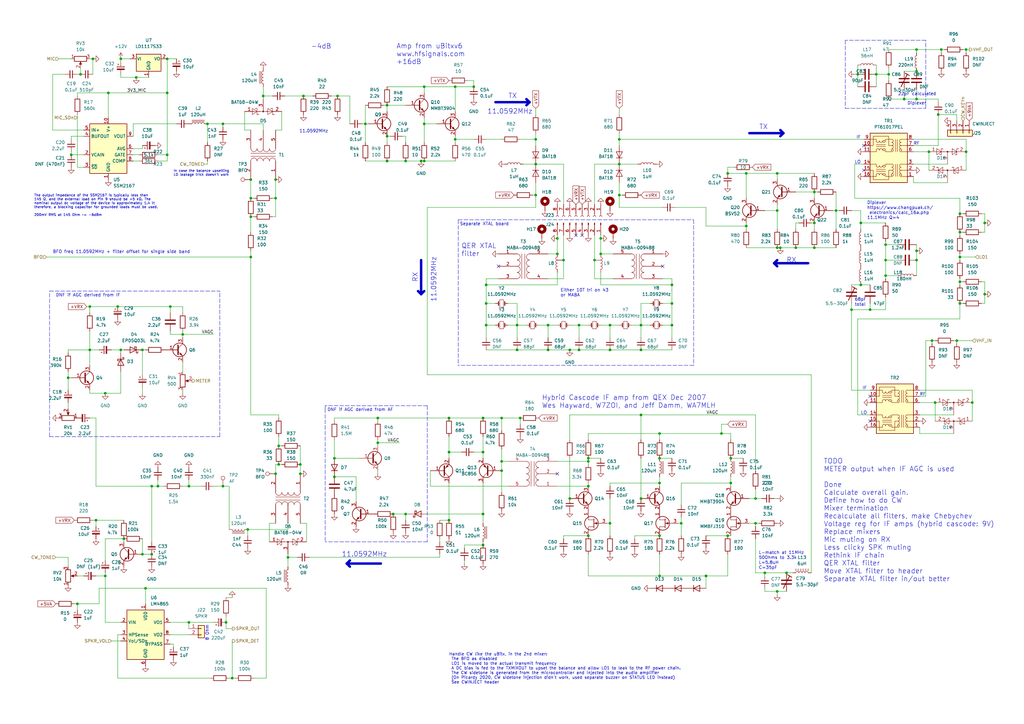
<source format=kicad_sch>
(kicad_sch (version 20211123) (generator eeschema)

  (uuid 0e592cd4-1950-44ef-9727-8e526f4c4e12)

  (paper "A3")

  (title_block
    (title "DART-70 TRX")
    (date "2023-02-02")
    (rev "0")
    (company "HB9EGM")
    (comment 1 "A 4m Band SSB/CW Transceiver")
    (comment 2 "Baseband")
  )

  

  (junction (at 68.58 24.13) (diameter 0) (color 0 0 0 0)
    (uuid 007433ed-6d80-48ba-9527-0a8470b6050a)
  )
  (junction (at 186.69 57.15) (diameter 0) (color 0 0 0 0)
    (uuid 0079a40d-5664-4eb5-a4a1-35e197c9e578)
  )
  (junction (at 172.72 66.04) (diameter 0) (color 0 0 0 0)
    (uuid 027f19f3-a3d5-4daa-a96e-c5d9a71c1df8)
  )
  (junction (at 158.75 55.88) (diameter 0) (color 0 0 0 0)
    (uuid 02d8bab6-e62a-43d8-ae0a-47eb8be52f66)
  )
  (junction (at 58.42 143.51) (diameter 0) (color 0 0 0 0)
    (uuid 059f4155-bed3-4fb2-9baa-d569f31b7e5d)
  )
  (junction (at 320.04 101.6) (diameter 0) (color 0 0 0 0)
    (uuid 076a6a07-11fa-4191-a538-035a47a6b026)
  )
  (junction (at 199.39 124.46) (diameter 0) (color 0 0 0 0)
    (uuid 08e3fbcd-b24c-43b5-a2a5-3ed606084464)
  )
  (junction (at 375.92 20.32) (diameter 0) (color 0 0 0 0)
    (uuid 0e0e432b-78ea-4677-9624-cfa175a66f05)
  )
  (junction (at 262.89 143.51) (diameter 0) (color 0 0 0 0)
    (uuid 0e565d2a-00bb-4f20-8e2e-0f824e8d2762)
  )
  (junction (at 356.87 127) (diameter 0) (color 0 0 0 0)
    (uuid 0e79f50c-6749-4775-a4f9-1113788b2e6b)
  )
  (junction (at 241.3 189.23) (diameter 0) (color 0 0 0 0)
    (uuid 0f8367d0-e4ea-40ae-8dac-4e16d60a532f)
  )
  (junction (at 298.45 71.12) (diameter 0) (color 0 0 0 0)
    (uuid 1012b60c-7995-4cf6-a029-e4cda1fc26a4)
  )
  (junction (at 39.37 213.36) (diameter 0) (color 0 0 0 0)
    (uuid 1761eacf-5516-4f80-af22-ca5c2f3d7629)
  )
  (junction (at 173.99 50.8) (diameter 0) (color 0 0 0 0)
    (uuid 17a2367e-a2ff-4b57-83ee-9ab25894ec97)
  )
  (junction (at 68.58 38.1) (diameter 0) (color 0 0 0 0)
    (uuid 18381db9-5d7f-4848-9a07-251ba865a202)
  )
  (junction (at 48.26 125.73) (diameter 0) (color 0 0 0 0)
    (uuid 1843d2c0-629c-44e7-8460-03ced60a2111)
  )
  (junction (at 334.01 101.6) (diameter 0) (color 0 0 0 0)
    (uuid 1938c685-27ac-44a9-aab4-2c6ed50b8ec7)
  )
  (junction (at 295.91 177.8) (diameter 0) (color 0 0 0 0)
    (uuid 1a164a1f-45a6-43b7-9b64-349463c23d37)
  )
  (junction (at 166.37 210.82) (diameter 0) (color 0 0 0 0)
    (uuid 1c038126-c738-4381-b698-5c33c4341ae8)
  )
  (junction (at 262.89 204.47) (diameter 0) (color 0 0 0 0)
    (uuid 1de51305-582b-4628-8092-75c3cf54eea0)
  )
  (junction (at 113.03 194.31) (diameter 0) (color 0 0 0 0)
    (uuid 1e5b8adc-bfe4-4d62-8fbb-b09ad198c5b6)
  )
  (junction (at 233.68 143.51) (diameter 0) (color 0 0 0 0)
    (uuid 210630ed-a720-499f-8ec9-3630627e1e05)
  )
  (junction (at 194.31 35.56) (diameter 0) (color 0 0 0 0)
    (uuid 222d63d3-68ff-4a04-b7c3-6efd5c4ab9e1)
  )
  (junction (at 381 62.23) (diameter 0) (color 0 0 0 0)
    (uuid 223b72c8-191b-4d26-8e73-2beb56cb0a2b)
  )
  (junction (at 298.45 219.71) (diameter 0) (color 0 0 0 0)
    (uuid 22f086a0-4e36-4832-8e1e-3bdb65f5c3f2)
  )
  (junction (at 212.09 143.51) (diameter 0) (color 0 0 0 0)
    (uuid 24fd922c-d488-4d61-b6dc-9d3e359ccc82)
  )
  (junction (at 299.72 187.96) (diameter 0) (color 0 0 0 0)
    (uuid 2583e10f-d237-4b6a-a35d-cff26f964496)
  )
  (junction (at 384.81 46.99) (diameter 0) (color 0 0 0 0)
    (uuid 2752e81c-fd78-4adc-8a3e-c2100d5bd7d7)
  )
  (junction (at 44.45 38.1) (diameter 0) (color 0 0 0 0)
    (uuid 2792ed93-89db-4e51-99ff-281323e776eb)
  )
  (junction (at 43.18 161.29) (diameter 0) (color 0 0 0 0)
    (uuid 2ac61f93-ebdb-4844-a9b1-76718596cd8a)
  )
  (junction (at 158.75 43.18) (diameter 0) (color 0 0 0 0)
    (uuid 2cd3680a-9e9d-4c97-9125-39c64a75e644)
  )
  (junction (at 270.51 198.12) (diameter 0) (color 0 0 0 0)
    (uuid 2d264e2f-7e31-4a17-86c5-13a68ab3ff7e)
  )
  (junction (at 363.22 106.68) (diameter 0) (color 0 0 0 0)
    (uuid 2fd14c3b-7e81-4330-b4b6-7d3b5d88fd5c)
  )
  (junction (at 393.7 115.57) (diameter 0) (color 0 0 0 0)
    (uuid 2fdc7923-56aa-4f0e-b559-e1b2e79c3c8f)
  )
  (junction (at 114.3 190.5) (diameter 0) (color 0 0 0 0)
    (uuid 30a877c2-a2d2-45b6-a8fa-8c4567fd5621)
  )
  (junction (at 382.27 139.7) (diameter 0) (color 0 0 0 0)
    (uuid 30dc039a-a902-4295-a2ea-7a00c6153126)
  )
  (junction (at 318.77 71.12) (diameter 0) (color 0 0 0 0)
    (uuid 315201dd-7991-408a-b65b-aa397fb29cdd)
  )
  (junction (at 38.1 24.13) (diameter 0) (color 0 0 0 0)
    (uuid 335263d3-7e35-4a9c-83c2-cd71d45f0688)
  )
  (junction (at 383.54 165.1) (diameter 0) (color 0 0 0 0)
    (uuid 3365c11b-b4a5-418d-85ee-41028926f18a)
  )
  (junction (at 351.79 30.48) (diameter 0) (color 0 0 0 0)
    (uuid 3b4c9779-bcad-4732-8142-8c3ab8d0419f)
  )
  (junction (at 173.99 35.56) (diameter 0) (color 0 0 0 0)
    (uuid 3bd6009a-f48b-4c66-92de-4d24549b4c7d)
  )
  (junction (at 161.29 210.82) (diameter 0) (color 0 0 0 0)
    (uuid 3bf0f30a-4c02-4011-9e56-5268cd9a18bc)
  )
  (junction (at 198.12 171.45) (diameter 0) (color 0 0 0 0)
    (uuid 3e9deac2-8e86-484c-b76a-a334d0715f66)
  )
  (junction (at 403.86 120.65) (diameter 0) (color 0 0 0 0)
    (uuid 3f6ba890-8616-4e68-b9d0-3d4eacc2e5c7)
  )
  (junction (at 375.92 106.68) (diameter 0) (color 0 0 0 0)
    (uuid 3fcecab3-b47b-4a8c-9fb9-b323af94bc6b)
  )
  (junction (at 173.99 66.04) (diameter 0) (color 0 0 0 0)
    (uuid 43c88063-044a-47b7-b010-f3fb76152eec)
  )
  (junction (at 375.92 102.87) (diameter 0) (color 0 0 0 0)
    (uuid 446196fa-4af3-4fe1-9348-f02489c61276)
  )
  (junction (at 199.39 133.35) (diameter 0) (color 0 0 0 0)
    (uuid 460147d8-e4b6-4910-88e9-07d1ddd6c2df)
  )
  (junction (at 219.71 57.15) (diameter 0) (color 0 0 0 0)
    (uuid 485f8372-6f58-431e-9419-bfc90ad67732)
  )
  (junction (at 364.49 30.48) (diameter 0) (color 0 0 0 0)
    (uuid 4b3ba67b-606d-4750-abb9-54a01fd7bc1a)
  )
  (junction (at 212.09 133.35) (diameter 0) (color 0 0 0 0)
    (uuid 4b982f8b-ca29-4ebf-88fc-8a50b24e0802)
  )
  (junction (at 359.41 30.48) (diameter 0) (color 0 0 0 0)
    (uuid 4bcbab50-174d-4a4b-8660-c13a99f4d953)
  )
  (junction (at 246.38 104.14) (diameter 0) (color 0 0 0 0)
    (uuid 4d4b296b-354c-4f54-8b98-a9fec52fa110)
  )
  (junction (at 375.92 29.21) (diameter 0) (color 0 0 0 0)
    (uuid 4dbafe87-53e2-4b1b-b9d1-f029995a0c51)
  )
  (junction (at 91.44 50.8) (diameter 0) (color 0 0 0 0)
    (uuid 4f100da6-d6f9-4b77-90f1-fda986c2ed73)
  )
  (junction (at 113.03 81.28) (diameter 0) (color 0 0 0 0)
    (uuid 4f661a6f-98d8-4461-9401-113364b1e3a8)
  )
  (junction (at 184.15 213.36) (diameter 0) (color 0 0 0 0)
    (uuid 510aabe6-d19e-45d2-9ee4-74f6d2e6df89)
  )
  (junction (at 393.7 87.63) (diameter 0) (color 0 0 0 0)
    (uuid 56e3e10b-0165-4e27-9816-f40b5bb7e426)
  )
  (junction (at 275.59 133.35) (diameter 0) (color 0 0 0 0)
    (uuid 5c4341e3-29f4-4014-ad6b-9b4cb50156a6)
  )
  (junction (at 246.38 97.79) (diameter 0) (color 0 0 0 0)
    (uuid 5d58706a-c013-405c-9112-847886006796)
  )
  (junction (at 262.89 133.35) (diameter 0) (color 0 0 0 0)
    (uuid 5dbda758-e74b-4ccf-ad68-495d537d68ba)
  )
  (junction (at 275.59 124.46) (diameter 0) (color 0 0 0 0)
    (uuid 5fc44bfc-3a32-42f5-89ff-303d655beeb1)
  )
  (junction (at 198.12 223.52) (diameter 0) (color 0 0 0 0)
    (uuid 611c0051-64b3-4ff6-b51a-6ea814324060)
  )
  (junction (at 69.85 125.73) (diameter 0) (color 0 0 0 0)
    (uuid 62ed984b-c070-4de1-bd86-30aeb09fb9cd)
  )
  (junction (at 326.39 101.6) (diameter 0) (color 0 0 0 0)
    (uuid 6333a58f-0905-40bf-8806-a9405483f292)
  )
  (junction (at 138.43 39.37) (diameter 0) (color 0 0 0 0)
    (uuid 67d87795-1d4f-4f21-9afa-f7da30e8b867)
  )
  (junction (at 342.9 86.36) (diameter 0) (color 0 0 0 0)
    (uuid 6bdd7ca9-a767-4e33-bf37-498b319fce63)
  )
  (junction (at 102.87 88.9) (diameter 0) (color 0 0 0 0)
    (uuid 6e61ed05-4ce2-4d6e-b300-e8935e213361)
  )
  (junction (at 62.23 227.33) (diameter 0) (color 0 0 0 0)
    (uuid 707b1436-6255-4e74-ac3c-e365f258d4c7)
  )
  (junction (at 270.51 236.22) (diameter 0) (color 0 0 0 0)
    (uuid 711716b4-cb3c-40a8-915f-7a9cd1c1a345)
  )
  (junction (at 306.07 92.71) (diameter 0) (color 0 0 0 0)
    (uuid 71548298-edf3-48ed-bda9-4f920bb3ffda)
  )
  (junction (at 334.01 91.44) (diameter 0) (color 0 0 0 0)
    (uuid 7203aae8-7ab5-4754-be1f-92fd79bf7883)
  )
  (junction (at 228.6 104.14) (diameter 0) (color 0 0 0 0)
    (uuid 7292e3c7-8290-4fad-a17c-92a17c78ac6c)
  )
  (junction (at 254 57.15) (diameter 0) (color 0 0 0 0)
    (uuid 782fd8fa-9fb0-44b6-bdfd-23367a676327)
  )
  (junction (at 299.72 198.12) (diameter 0) (color 0 0 0 0)
    (uuid 79aa4561-3272-488a-aacc-d24a783bf3fa)
  )
  (junction (at 393.7 105.41) (diameter 0) (color 0 0 0 0)
    (uuid 88658da7-484b-4fb1-bd87-cf0fe9fbbc98)
  )
  (junction (at 318.77 86.36) (diameter 0) (color 0 0 0 0)
    (uuid 897a30bd-82ab-4191-9e1c-88c95eb420c0)
  )
  (junction (at 205.74 171.45) (diameter 0) (color 0 0 0 0)
    (uuid 89924c9d-894c-4783-bb98-91fe4fffc426)
  )
  (junction (at 363.22 100.33) (diameter 0) (color 0 0 0 0)
    (uuid 89a0992d-b4b4-4a98-9018-0c3e3ac7c4ed)
  )
  (junction (at 403.86 91.44) (diameter 0) (color 0 0 0 0)
    (uuid 8a030abd-885a-4b15-b74a-b44dc2b6c7d7)
  )
  (junction (at 334.01 78.74) (diameter 0) (color 0 0 0 0)
    (uuid 8cad30c6-cd21-4b04-8aa8-5dfd9876668a)
  )
  (junction (at 370.84 40.64) (diameter 0) (color 0 0 0 0)
    (uuid 8d45f61e-b48a-4d9a-9705-81179d1cee29)
  )
  (junction (at 92.71 255.27) (diameter 0) (color 0 0 0 0)
    (uuid 8d612602-5cc8-45dd-a943-2a29be4b9ede)
  )
  (junction (at 102.87 81.28) (diameter 0) (color 0 0 0 0)
    (uuid 8edc9989-feda-4190-96e8-8ba0ca953891)
  )
  (junction (at 43.18 236.22) (diameter 0) (color 0 0 0 0)
    (uuid 8f57152a-781e-4e8e-b36c-e81f9a864e3b)
  )
  (junction (at 49.53 24.13) (diameter 0) (color 0 0 0 0)
    (uuid 8fd35ceb-d608-4169-ae56-e892681304a9)
  )
  (junction (at 250.19 214.63) (diameter 0) (color 0 0 0 0)
    (uuid 91049a94-ccf8-463e-ab05-8a76a56be653)
  )
  (junction (at 309.88 214.63) (diameter 0) (color 0 0 0 0)
    (uuid 9134413a-edf3-40ce-9ec2-93a536746842)
  )
  (junction (at 318.77 242.57) (diameter 0) (color 0 0 0 0)
    (uuid 92b5166e-7b6a-4c31-94b5-b9d3f56f30b6)
  )
  (junction (at 205.74 189.23) (diameter 0) (color 0 0 0 0)
    (uuid 94a7e072-a853-4895-a974-0e863ac9edc2)
  )
  (junction (at 113.03 73.66) (diameter 0) (color 0 0 0 0)
    (uuid 9501ad82-8c5c-4bd6-a4e5-d738b7099508)
  )
  (junction (at 224.79 133.35) (diameter 0) (color 0 0 0 0)
    (uuid 9666bb6a-0c1d-4c92-be6d-94a465ec5c51)
  )
  (junction (at 64.77 199.39) (diameter 0) (color 0 0 0 0)
    (uuid 97e09b83-0572-4634-8ce7-0a86f1339fd8)
  )
  (junction (at 107.95 39.37) (diameter 0) (color 0 0 0 0)
    (uuid 983034d1-18ea-4dac-8753-9630cc5e0592)
  )
  (junction (at 386.08 20.32) (diameter 0) (color 0 0 0 0)
    (uuid 9873db56-1f37-4fe2-98ad-60e4c87af40c)
  )
  (junction (at 275.59 116.84) (diameter 0) (color 0 0 0 0)
    (uuid 9918dbb5-067b-4f72-a60f-e99dd790b7bf)
  )
  (junction (at 270.51 177.8) (diameter 0) (color 0 0 0 0)
    (uuid 994aaeb0-a945-4297-8f22-64b15ec2470b)
  )
  (junction (at 254 80.01) (diameter 0) (color 0 0 0 0)
    (uuid 99c68e22-79ac-4df3-82ed-69d5274feb54)
  )
  (junction (at 363.22 113.03) (diameter 0) (color 0 0 0 0)
    (uuid 9a438e91-12f1-4003-9587-51635f0ae695)
  )
  (junction (at 219.71 80.01) (diameter 0) (color 0 0 0 0)
    (uuid 9cae7022-94ae-4784-b773-30ffde5822a7)
  )
  (junction (at 102.87 73.66) (diameter 0) (color 0 0 0 0)
    (uuid 9d0f1857-3b05-4e01-b461-94289f64ce4a)
  )
  (junction (at 123.19 194.31) (diameter 0) (color 0 0 0 0)
    (uuid 9d1032f1-04b7-4a45-a406-c5f306a5a4a3)
  )
  (junction (at 393.7 95.25) (diameter 0) (color 0 0 0 0)
    (uuid a4615cb6-40e1-4e6b-aa44-484a7357f4a4)
  )
  (junction (at 198.12 185.42) (diameter 0) (color 0 0 0 0)
    (uuid a4ec02e9-e140-4dcc-958f-47f7624526cb)
  )
  (junction (at 36.83 125.73) (diameter 0) (color 0 0 0 0)
    (uuid a65cad0c-0ef1-4ea5-a965-4eae7ac1f6af)
  )
  (junction (at 231.14 106.68) (diameter 0) (color 0 0 0 0)
    (uuid a662cdd6-a57e-4364-b8b3-c025c426c5be)
  )
  (junction (at 31.75 247.65) (diameter 0) (color 0 0 0 0)
    (uuid a69f72c8-ce0f-4293-bf44-c6832495c836)
  )
  (junction (at 77.47 199.39) (diameter 0) (color 0 0 0 0)
    (uuid a7cad282-51c3-4f24-be5e-311c2c5e959b)
  )
  (junction (at 137.16 195.58) (diameter 0) (color 0 0 0 0)
    (uuid a8675aa5-24f4-4a65-9564-259800e24a61)
  )
  (junction (at 228.6 97.79) (diameter 0) (color 0 0 0 0)
    (uuid aa537d78-628c-458e-8a08-c2dae82aca82)
  )
  (junction (at 318.77 101.6) (diameter 0) (color 0 0 0 0)
    (uuid aad5fe2f-2964-4c2f-90b5-8ec10e02fb70)
  )
  (junction (at 158.75 66.04) (diameter 0) (color 0 0 0 0)
    (uuid ab5a5163-9113-4726-bc7a-7e25f5bcb137)
  )
  (junction (at 27.94 154.94) (diameter 0) (color 0 0 0 0)
    (uuid ac0e5582-f44c-4bc2-8ae7-2c3f1115fb00)
  )
  (junction (at 33.02 30.48) (diameter 0) (color 0 0 0 0)
    (uuid ad2d033c-4040-4813-b5da-82cf827f9d86)
  )
  (junction (at 237.49 133.35) (diameter 0) (color 0 0 0 0)
    (uuid ad485fa9-ca4c-467a-b6d9-302ae2ec4eaa)
  )
  (junction (at 91.44 199.39) (diameter 0) (color 0 0 0 0)
    (uuid ae4c18cc-90ed-4d31-b27a-ee22bf49a14e)
  )
  (junction (at 237.49 143.51) (diameter 0) (color 0 0 0 0)
    (uuid aed41e50-066a-4d5d-9b35-33c86a58f817)
  )
  (junction (at 309.88 204.47) (diameter 0) (color 0 0 0 0)
    (uuid b046cbfe-7bd9-4ac8-9c60-a84b90a07076)
  )
  (junction (at 198.12 210.82) (diameter 0) (color 0 0 0 0)
    (uuid b0bd599f-5320-4de4-9844-b1248597f45d)
  )
  (junction (at 59.69 241.3) (diameter 0) (color 0 0 0 0)
    (uuid b2c93e47-1b35-4bce-b217-c95c59af9fea)
  )
  (junction (at 102.87 105.41) (diameter 0) (color 0 0 0 0)
    (uuid b2fc5a98-a9c8-4ffb-bf05-9a95788a6f6e)
  )
  (junction (at 199.39 116.84) (diameter 0) (color 0 0 0 0)
    (uuid b3ba518e-938d-434b-8f72-5ecf3fd42313)
  )
  (junction (at 154.94 181.61) (diameter 0) (color 0 0 0 0)
    (uuid b52e2ac1-1ad4-4299-a3b7-5950aeda9b09)
  )
  (junction (at 219.71 67.31) (diameter 0) (color 0 0 0 0)
    (uuid b55942a4-2e67-4c91-a2e2-17d287af1b39)
  )
  (junction (at 58.42 227.33) (diameter 0) (color 0 0 0 0)
    (uuid b67c5032-3958-4f67-8cff-2bc749aa2559)
  )
  (junction (at 68.58 63.5) (diameter 0) (color 0 0 0 0)
    (uuid b6a3e709-356a-4a55-ac00-07ba73afac37)
  )
  (junction (at 313.69 234.95) (diameter 0) (color 0 0 0 0)
    (uuid b7b0b83f-2dad-41a6-8e3b-dd0617021680)
  )
  (junction (at 233.68 204.47) (diameter 0) (color 0 0 0 0)
    (uuid bb8fc86a-138e-468d-a6f3-4d425bea2798)
  )
  (junction (at 241.3 199.39) (diameter 0) (color 0 0 0 0)
    (uuid bcb7b50e-e30b-4748-9ad3-15fd19268fd8)
  )
  (junction (at 270.51 187.96) (diameter 0) (color 0 0 0 0)
    (uuid bdd38f4a-d1f5-49ea-86a0-7074369f7406)
  )
  (junction (at 101.6 217.17) (diameter 0) (color 0 0 0 0)
    (uuid bf1cf86a-4cef-455a-b67c-093dbb9970e5)
  )
  (junction (at 95.25 278.13) (diameter 0) (color 0 0 0 0)
    (uuid bff74fb8-2e53-4140-9d30-8bb9b336dda4)
  )
  (junction (at 50.8 220.98) (diameter 0) (color 0 0 0 0)
    (uuid c07980be-125c-4459-be81-f2b8371f5ae2)
  )
  (junction (at 205.74 193.04) (diameter 0) (color 0 0 0 0)
    (uuid c41a688f-80a3-4252-bb37-134631846db3)
  )
  (junction (at 250.19 143.51) (diameter 0) (color 0 0 0 0)
    (uuid c8816f2b-d043-4f02-8988-815e5e7435ee)
  )
  (junction (at 118.11 228.6) (diameter 0) (color 0 0 0 0)
    (uuid c8c4fbfe-4e9c-445d-882a-7f1bac80adc8)
  )
  (junction (at 250.19 133.35) (diameter 0) (color 0 0 0 0)
    (uuid ca2ddb3d-eff7-4148-ac57-d5c14ba8be31)
  )
  (junction (at 55.88 31.75) (diameter 0) (color 0 0 0 0)
    (uuid ca3e4813-ee52-41fc-be54-f33d5d572e76)
  )
  (junction (at 393.7 124.46) (diameter 0) (color 0 0 0 0)
    (uuid ca5a4e59-a0d9-41f3-a4f9-8e9003dc636c)
  )
  (junction (at 241.3 187.96) (diameter 0) (color 0 0 0 0)
    (uuid cf4a7a0f-4b62-4a14-8810-1f9be9bb8bca)
  )
  (junction (at 375.92 40.64) (diameter 0) (color 0 0 0 0)
    (uuid cfd26f0b-c959-40e8-8a7e-48204bb5c64f)
  )
  (junction (at 224.79 143.51) (diameter 0) (color 0 0 0 0)
    (uuid d3e01bdf-5c14-407f-80a1-1d934fc04fab)
  )
  (junction (at 149.86 50.8) (diameter 0) (color 0 0 0 0)
    (uuid d46cfddd-ae59-45a8-a05e-501b77d91351)
  )
  (junction (at 124.46 39.37) (diameter 0) (color 0 0 0 0)
    (uuid d47b6e93-2883-4b61-9107-b49e482eb126)
  )
  (junction (at 270.51 219.71) (diameter 0) (color 0 0 0 0)
    (uuid d5fa5081-044e-4305-8f5d-d2a56bf86d29)
  )
  (junction (at 77.47 255.27) (diameter 0) (color 0 0 0 0)
    (uuid d6fda246-3399-48cd-8a06-99bbdf8c75e4)
  )
  (junction (at 241.3 219.71) (diameter 0) (color 0 0 0 0)
    (uuid d703d54e-2823-4563-98c8-59d8b8b54fec)
  )
  (junction (at 166.37 66.04) (diameter 0) (color 0 0 0 0)
    (uuid d774c163-0e71-4e59-99e8-33a6c910c00d)
  )
  (junction (at 62.23 199.39) (diameter 0) (color 0 0 0 0)
    (uuid d7d4c350-2318-4a09-b921-0a78963f6666)
  )
  (junction (at 254 67.31) (diameter 0) (color 0 0 0 0)
    (uuid d964cb21-9482-4b14-9981-964030a476a5)
  )
  (junction (at 396.24 62.23) (diameter 0) (color 0 0 0 0)
    (uuid daa9b5c5-21a2-4482-b81a-69bb9f749fb7)
  )
  (junction (at 186.69 35.56) (diameter 0) (color 0 0 0 0)
    (uuid dcdfeb28-863e-4a43-ad64-f6e45863b4d7)
  )
  (junction (at 213.36 171.45) (diameter 0) (color 0 0 0 0)
    (uuid ddaaa428-40ee-45ee-a789-6961e25a11bb)
  )
  (junction (at 392.43 139.7) (diameter 0) (color 0 0 0 0)
    (uuid de1eb50d-ef90-4d0d-a112-fc865a422b99)
  )
  (junction (at 289.56 236.22) (diameter 0) (color 0 0 0 0)
    (uuid df231e82-dc0c-49c1-a01b-d2be84591ff3)
  )
  (junction (at 322.58 234.95) (diameter 0) (color 0 0 0 0)
    (uuid e15f6002-d342-413a-a773-225c5f4cfb04)
  )
  (junction (at 396.24 20.32) (diameter 0) (color 0 0 0 0)
    (uuid e2d27bd1-d4c5-4321-a13b-160cb2d6015d)
  )
  (junction (at 49.53 143.51) (diameter 0) (color 0 0 0 0)
    (uuid e3903eeb-8b72-4b40-a088-cbbba270c01b)
  )
  (junction (at 184.15 171.45) (diameter 0) (color 0 0 0 0)
    (uuid e68e2295-e5ad-41e7-931d-7bf2c40e2981)
  )
  (junction (at 279.4 214.63) (diameter 0) (color 0 0 0 0)
    (uuid e736b041-4756-4726-980f-1b93cf00a2ad)
  )
  (junction (at 243.84 106.68) (diameter 0) (color 0 0 0 0)
    (uuid e7eee956-d2ad-4d33-9823-9759f9a8aab1)
  )
  (junction (at 74.93 137.16) (diameter 0) (color 0 0 0 0)
    (uuid e8558fbd-ea42-43a6-966a-7bd304bdfaad)
  )
  (junction (at 353.06 91.44) (diameter 0) (color 0 0 0 0)
    (uuid e8822f44-e7ca-47f3-a9bc-951244c889e7)
  )
  (junction (at 36.83 143.51) (diameter 0) (color 0 0 0 0)
    (uuid eac540a2-0555-4530-b9cb-9b037a65c0a7)
  )
  (junction (at 114.3 182.88) (diameter 0) (color 0 0 0 0)
    (uuid eb3c65f0-3082-4c13-98c1-cac8dc7eccac)
  )
  (junction (at 137.16 187.96) (diameter 0) (color 0 0 0 0)
    (uuid ecba702e-9fb5-4bd7-9b08-5197492ec54b)
  )
  (junction (at 349.25 127) (diameter 0) (color 0 0 0 0)
    (uuid ef4c798c-4721-49f1-8016-e362a6672715)
  )
  (junction (at 398.78 165.1) (diameter 0) (color 0 0 0 0)
    (uuid efac21da-3f93-4ae4-bab8-dbdec293c35e)
  )
  (junction (at 306.07 71.12) (diameter 0) (color 0 0 0 0)
    (uuid f02e930f-fe1a-4921-a9df-ee330f41d2bd)
  )
  (junction (at 154.94 171.45) (diameter 0) (color 0 0 0 0)
    (uuid f1a9e2a2-6347-4852-b335-cf8402c433a4)
  )
  (junction (at 353.06 116.84) (diameter 0) (color 0 0 0 0)
    (uuid f22dadd7-4a1b-4449-b981-cbbeced9fbc5)
  )
  (junction (at 85.09 50.8) (diameter 0) (color 0 0 0 0)
    (uuid f9362574-7797-4e6e-9765-e515232ee831)
  )
  (junction (at 184.15 185.42) (diameter 0) (color 0 0 0 0)
    (uuid fb5d1a59-18d1-49ea-b504-10e76cce8897)
  )
  (junction (at 123.19 190.5) (diameter 0) (color 0 0 0 0)
    (uuid fbe71f6a-7e5a-41f1-9e6e-b2e94d49a3bc)
  )
  (junction (at 29.21 63.5) (diameter 0) (color 0 0 0 0)
    (uuid fe2b05f5-675b-44d0-956c-c5829b7c692a)
  )
  (junction (at 262.89 170.18) (diameter 0) (color 0 0 0 0)
    (uuid fe2ce942-d4c5-4b3f-a09e-cda9276450f6)
  )

  (no_connect (at 356.87 172.72) (uuid 112718f1-f222-4c50-a4f0-a42dabd066b7))
  (no_connect (at 236.22 96.52) (uuid 2b99a1e6-5f67-436f-9ed5-38e8bfd4c142))
  (no_connect (at 354.33 69.85) (uuid 36cd8509-4b06-4001-aa2f-00b548cb4477))
  (no_connect (at 204.47 109.22) (uuid 4866aeb4-d287-46eb-8d15-c55d9c708490))
  (no_connect (at 354.33 59.69) (uuid 6226f2ac-b9bf-4733-a388-cd49aa6934ae))
  (no_connect (at 356.87 162.56) (uuid 69a2fbd1-0689-4722-b099-d7d4b3a2c805))
  (no_connect (at 271.78 109.22) (uuid 8a4c8ee9-530e-4698-8694-1dcab411e819))
  (no_connect (at 228.6 194.31) (uuid afdb3662-3196-4d9d-b0e8-7f416bb5cd4f))
  (no_connect (at 238.76 96.52) (uuid ee08a6c2-528a-478b-9089-08fe9a37ec7e))

  (wire (pts (xy 403.86 87.63) (xy 403.86 91.44))
    (stroke (width 0) (type default) (color 0 0 0 0))
    (uuid 006436ec-9ab2-4589-83be-4667e52db3bf)
  )
  (wire (pts (xy 205.74 171.45) (xy 205.74 176.53))
    (stroke (width 0) (type default) (color 0 0 0 0))
    (uuid 00c27d59-c437-4bee-9cde-cbd48a34e31b)
  )
  (wire (pts (xy 318.77 83.82) (xy 318.77 86.36))
    (stroke (width 0) (type default) (color 0 0 0 0))
    (uuid 00cf6024-5820-4cff-8981-5be2b438caf3)
  )
  (wire (pts (xy 87.63 199.39) (xy 91.44 199.39))
    (stroke (width 0) (type default) (color 0 0 0 0))
    (uuid 0113fe75-9787-49bd-865f-03242ce2a366)
  )
  (wire (pts (xy 219.71 57.15) (xy 219.71 54.61))
    (stroke (width 0) (type default) (color 0 0 0 0))
    (uuid 0125f083-fa2b-4a11-85be-7853b609b001)
  )
  (wire (pts (xy 359.41 30.48) (xy 359.41 35.56))
    (stroke (width 0) (type default) (color 0 0 0 0))
    (uuid 01c67c04-8ed4-481b-b382-ac69e0a55001)
  )
  (wire (pts (xy 68.58 66.04) (xy 64.77 66.04))
    (stroke (width 0) (type default) (color 0 0 0 0))
    (uuid 01caafb3-af8a-4642-870c-c290b286d040)
  )
  (wire (pts (xy 219.71 74.93) (xy 219.71 80.01))
    (stroke (width 0) (type default) (color 0 0 0 0))
    (uuid 01cceb30-c85f-4510-b324-8d17341fc730)
  )
  (wire (pts (xy 166.37 43.18) (xy 158.75 43.18))
    (stroke (width 0) (type default) (color 0 0 0 0))
    (uuid 01f0181c-303d-46c7-ba34-20eee1c48cd1)
  )
  (wire (pts (xy 173.99 50.8) (xy 179.07 50.8))
    (stroke (width 0) (type default) (color 0 0 0 0))
    (uuid 0222c276-ce98-44cf-9ac7-d0d00163570d)
  )
  (wire (pts (xy 190.5 231.14) (xy 190.5 229.87))
    (stroke (width 0) (type default) (color 0 0 0 0))
    (uuid 027fc545-8a42-4646-8424-467711418116)
  )
  (wire (pts (xy 114.3 170.18) (xy 114.3 171.45))
    (stroke (width 0) (type default) (color 0 0 0 0))
    (uuid 0332aa97-cadc-4e7a-b8af-ca59e255597d)
  )
  (wire (pts (xy 173.99 66.04) (xy 186.69 66.04))
    (stroke (width 0) (type default) (color 0 0 0 0))
    (uuid 035d062f-f875-4853-8ca1-a348c3967bb1)
  )
  (wire (pts (xy 113.03 214.63) (xy 110.49 214.63))
    (stroke (width 0) (type default) (color 0 0 0 0))
    (uuid 03b7756f-0559-43eb-b24d-3aefa5a15899)
  )
  (wire (pts (xy 394.97 20.32) (xy 396.24 20.32))
    (stroke (width 0) (type default) (color 0 0 0 0))
    (uuid 03ce6745-00b2-4d2b-bad7-eb9745172859)
  )
  (wire (pts (xy 166.37 210.82) (xy 161.29 210.82))
    (stroke (width 0) (type default) (color 0 0 0 0))
    (uuid 03dd13e2-d89f-47ed-8a2f-ce75e7a97ef3)
  )
  (wire (pts (xy 262.89 133.35) (xy 266.7 133.35))
    (stroke (width 0) (type default) (color 0 0 0 0))
    (uuid 042fe62b-53aa-4e86-97d0-9ccb1e16a895)
  )
  (wire (pts (xy 379.73 139.7) (xy 382.27 139.7))
    (stroke (width 0) (type default) (color 0 0 0 0))
    (uuid 0437af13-5b81-4e18-82d5-0ec28c5d895f)
  )
  (wire (pts (xy 374.65 74.93) (xy 374.65 72.39))
    (stroke (width 0) (type default) (color 0 0 0 0))
    (uuid 047a18ce-9e77-4d7d-a9ce-60b21f671177)
  )
  (wire (pts (xy 31.75 68.58) (xy 34.29 68.58))
    (stroke (width 0) (type default) (color 0 0 0 0))
    (uuid 04868f85-bc69-4fa9-8e62-d78ffe5ae58e)
  )
  (wire (pts (xy 396.24 20.32) (xy 397.51 20.32))
    (stroke (width 0) (type default) (color 0 0 0 0))
    (uuid 04ef368b-f4e9-48da-956c-ee93cb3d01e8)
  )
  (wire (pts (xy 363.22 106.68) (xy 363.22 113.03))
    (stroke (width 0) (type default) (color 0 0 0 0))
    (uuid 05ddadd4-94df-4d6a-b500-ff320675ba33)
  )
  (wire (pts (xy 241.3 227.33) (xy 241.3 236.22))
    (stroke (width 0) (type default) (color 0 0 0 0))
    (uuid 066671d9-1fdf-4a05-a7e7-cadb7d44b89f)
  )
  (wire (pts (xy 356.87 124.46) (xy 356.87 127))
    (stroke (width 0) (type default) (color 0 0 0 0))
    (uuid 06fedb5b-65dd-4aa0-9e2d-b04e5a505f26)
  )
  (wire (pts (xy 208.28 124.46) (xy 212.09 124.46))
    (stroke (width 0) (type default) (color 0 0 0 0))
    (uuid 082d865b-0a4e-49c3-b18b-be47fd4a465a)
  )
  (wire (pts (xy 382.27 139.7) (xy 383.54 139.7))
    (stroke (width 0) (type default) (color 0 0 0 0))
    (uuid 0830aef1-c986-42f8-ba6a-a3fcacbf0210)
  )
  (wire (pts (xy 309.88 234.95) (xy 309.88 220.98))
    (stroke (width 0) (type default) (color 0 0 0 0))
    (uuid 08c8f1b4-737d-438b-967e-a77cce3833c0)
  )
  (wire (pts (xy 58.42 143.51) (xy 58.42 153.67))
    (stroke (width 0) (type default) (color 0 0 0 0))
    (uuid 09321bf4-1ea1-49b5-b1f9-ac29d6606a74)
  )
  (wire (pts (xy 173.99 35.56) (xy 186.69 35.56))
    (stroke (width 0) (type default) (color 0 0 0 0))
    (uuid 0943dfff-08fd-4176-a97a-8e271f47b148)
  )
  (wire (pts (xy 393.7 105.41) (xy 393.7 104.14))
    (stroke (width 0) (type default) (color 0 0 0 0))
    (uuid 09aa0d32-f4dc-42fd-a756-e1229737bd34)
  )
  (wire (pts (xy 289.56 236.22) (xy 289.56 241.3))
    (stroke (width 0) (type default) (color 0 0 0 0))
    (uuid 0a0c053c-54e0-4f14-b909-036d0c5fbf08)
  )
  (wire (pts (xy 158.75 43.18) (xy 158.75 45.72))
    (stroke (width 0) (type default) (color 0 0 0 0))
    (uuid 0a80373e-7854-41a7-8441-30fd81967887)
  )
  (wire (pts (xy 254 74.93) (xy 254 80.01))
    (stroke (width 0) (type default) (color 0 0 0 0))
    (uuid 0a9f993d-d83a-4cdc-bae3-0f40dd545220)
  )
  (wire (pts (xy 279.4 198.12) (xy 299.72 198.12))
    (stroke (width 0) (type default) (color 0 0 0 0))
    (uuid 0b5e9f79-a50b-4078-b2be-eff1d45ab7fc)
  )
  (wire (pts (xy 219.71 80.01) (xy 219.71 85.09))
    (stroke (width 0) (type default) (color 0 0 0 0))
    (uuid 0c3bb475-57a3-4465-801b-1823c9a733cc)
  )
  (wire (pts (xy 309.88 234.95) (xy 313.69 234.95))
    (stroke (width 0) (type default) (color 0 0 0 0))
    (uuid 0dc79dd3-c584-4173-b914-e6a8bcd18e45)
  )
  (wire (pts (xy 36.83 135.89) (xy 36.83 143.51))
    (stroke (width 0) (type default) (color 0 0 0 0))
    (uuid 0e1c6bbc-4cc4-4ce9-b48a-8292bb286da8)
  )
  (wire (pts (xy 246.38 97.79) (xy 246.38 96.52))
    (stroke (width 0) (type default) (color 0 0 0 0))
    (uuid 0f4b5c7f-79aa-4c46-b222-58e7e288b195)
  )
  (wire (pts (xy 33.02 27.94) (xy 33.02 30.48))
    (stroke (width 0) (type default) (color 0 0 0 0))
    (uuid 100847e3-630c-4c13-ba45-180e92370805)
  )
  (wire (pts (xy 318.77 71.12) (xy 318.77 73.66))
    (stroke (width 0) (type default) (color 0 0 0 0))
    (uuid 10ef0d40-b427-4fac-bff7-e8ca2d279fd2)
  )
  (wire (pts (xy 166.37 66.04) (xy 172.72 66.04))
    (stroke (width 0) (type default) (color 0 0 0 0))
    (uuid 11ac1ac8-72b6-43ed-915e-50f87561daf8)
  )
  (wire (pts (xy 107.95 50.8) (xy 91.44 50.8))
    (stroke (width 0) (type default) (color 0 0 0 0))
    (uuid 12340fb8-cd9c-4069-beec-13d4d2ea0d99)
  )
  (polyline (pts (xy 307.34 54.61) (xy 321.31 54.61))
    (stroke (width 1) (type solid) (color 0 0 0 0))
    (uuid 1281d63b-9c8c-4454-9b2d-0bbbc27e2ae7)
  )

  (wire (pts (xy 44.45 38.1) (xy 68.58 38.1))
    (stroke (width 0) (type default) (color 0 0 0 0))
    (uuid 12e17856-cd8c-41a8-bb2e-9faca10b0973)
  )
  (wire (pts (xy 393.7 130.81) (xy 351.79 130.81))
    (stroke (width 0) (type default) (color 0 0 0 0))
    (uuid 15352954-5a6d-4167-94e3-a8475b279783)
  )
  (wire (pts (xy 43.18 234.95) (xy 43.18 236.22))
    (stroke (width 0) (type default) (color 0 0 0 0))
    (uuid 15e1025c-faeb-49ff-aaa3-6ba9acaabd98)
  )
  (wire (pts (xy 137.16 172.72) (xy 137.16 171.45))
    (stroke (width 0) (type default) (color 0 0 0 0))
    (uuid 1606d99f-0508-4f2e-b63b-47e62c4312ee)
  )
  (wire (pts (xy 386.08 21.59) (xy 386.08 20.32))
    (stroke (width 0) (type default) (color 0 0 0 0))
    (uuid 16070e3c-2cc9-4d09-bef3-8ceccb63947e)
  )
  (wire (pts (xy 36.83 125.73) (xy 36.83 128.27))
    (stroke (width 0) (type default) (color 0 0 0 0))
    (uuid 16aa2316-1a67-45e5-b6c4-e59dd85814f4)
  )
  (wire (pts (xy 334.01 71.12) (xy 318.77 71.12))
    (stroke (width 0) (type default) (color 0 0 0 0))
    (uuid 16b8184d-4364-4664-b33c-1e355c0b0e6c)
  )
  (wire (pts (xy 298.45 68.58) (xy 298.45 71.12))
    (stroke (width 0) (type default) (color 0 0 0 0))
    (uuid 171c47c2-e63c-45a5-b02c-078b78214786)
  )
  (wire (pts (xy 115.57 182.88) (xy 114.3 182.88))
    (stroke (width 0) (type default) (color 0 0 0 0))
    (uuid 17c93850-5ebd-4f0d-b8eb-52bf14b01af4)
  )
  (wire (pts (xy 186.69 35.56) (xy 194.31 35.56))
    (stroke (width 0) (type default) (color 0 0 0 0))
    (uuid 18723066-b973-43bf-8bbf-4c210121a928)
  )
  (wire (pts (xy 334.01 78.74) (xy 334.01 81.28))
    (stroke (width 0) (type default) (color 0 0 0 0))
    (uuid 189610aa-2967-4418-8b8b-b36bdf6bc60b)
  )
  (wire (pts (xy 375.92 100.33) (xy 375.92 102.87))
    (stroke (width 0) (type default) (color 0 0 0 0))
    (uuid 19028db1-670b-4d84-9d20-5aa2f8585dd7)
  )
  (wire (pts (xy 342.9 101.6) (xy 334.01 101.6))
    (stroke (width 0) (type default) (color 0 0 0 0))
    (uuid 1966977a-39df-4890-91de-0e8ae767b0a0)
  )
  (wire (pts (xy 186.69 57.15) (xy 194.31 57.15))
    (stroke (width 0) (type default) (color 0 0 0 0))
    (uuid 19a56892-f9d5-4508-ab75-59721c555275)
  )
  (wire (pts (xy 313.69 242.57) (xy 313.69 241.3))
    (stroke (width 0) (type default) (color 0 0 0 0))
    (uuid 1a255025-6cad-4a3e-8763-c9c3ba585d53)
  )
  (wire (pts (xy 326.39 101.6) (xy 320.04 101.6))
    (stroke (width 0) (type default) (color 0 0 0 0))
    (uuid 1a86e987-6d08-4b7a-b2e3-f89b9863e895)
  )
  (wire (pts (xy 146.05 195.58) (xy 146.05 205.74))
    (stroke (width 0) (type default) (color 0 0 0 0))
    (uuid 1a9613ab-fb34-4a02-8365-aadaa421dfaf)
  )
  (wire (pts (xy 27.94 143.51) (xy 36.83 143.51))
    (stroke (width 0) (type default) (color 0 0 0 0))
    (uuid 1a9f0d73-6986-450b-8da5-dca8d718cd0d)
  )
  (wire (pts (xy 375.92 20.32) (xy 386.08 20.32))
    (stroke (width 0) (type default) (color 0 0 0 0))
    (uuid 1b89864d-e042-4259-99ab-c96136a33a11)
  )
  (wire (pts (xy 350.52 67.31) (xy 350.52 81.28))
    (stroke (width 0) (type default) (color 0 0 0 0))
    (uuid 1c0378fb-8fa4-4942-8a64-86b9252ef636)
  )
  (wire (pts (xy 262.89 143.51) (xy 275.59 143.51))
    (stroke (width 0) (type default) (color 0 0 0 0))
    (uuid 1d8cbdb8-b0d5-4f06-84c8-05770b7e9555)
  )
  (wire (pts (xy 219.71 59.69) (xy 219.71 57.15))
    (stroke (width 0) (type default) (color 0 0 0 0))
    (uuid 1dbe419a-f71e-4ab5-9a49-e58e75747fdf)
  )
  (wire (pts (xy 118.11 217.17) (xy 101.6 217.17))
    (stroke (width 0) (type default) (color 0 0 0 0))
    (uuid 1dc9a7fa-415c-4243-97fb-46b0d627e89d)
  )
  (wire (pts (xy 137.16 171.45) (xy 154.94 171.45))
    (stroke (width 0) (type default) (color 0 0 0 0))
    (uuid 1ddbded3-4d65-49ba-8123-18c72e4b7f4a)
  )
  (wire (pts (xy 363.22 113.03) (xy 363.22 114.3))
    (stroke (width 0) (type default) (color 0 0 0 0))
    (uuid 1e2c0cdd-08a6-4586-b370-3ffc74205845)
  )
  (wire (pts (xy 243.84 106.68) (xy 243.84 114.3))
    (stroke (width 0) (type default) (color 0 0 0 0))
    (uuid 1e9638be-d271-44b9-9bc3-e37783c8782f)
  )
  (wire (pts (xy 158.75 66.04) (xy 166.37 66.04))
    (stroke (width 0) (type default) (color 0 0 0 0))
    (uuid 1f1052c4-d15a-450f-8bb0-3cc3f3592607)
  )
  (wire (pts (xy 250.19 204.47) (xy 250.19 214.63))
    (stroke (width 0) (type default) (color 0 0 0 0))
    (uuid 1f1c22b1-15a3-4e28-88a5-25ba2fbef197)
  )
  (wire (pts (xy 212.09 124.46) (xy 212.09 133.35))
    (stroke (width 0) (type default) (color 0 0 0 0))
    (uuid 1fd73780-e017-4e2c-9674-56cb6f09dc2d)
  )
  (wire (pts (xy 246.38 116.84) (xy 275.59 116.84))
    (stroke (width 0) (type default) (color 0 0 0 0))
    (uuid 2163a967-be2d-4344-a94d-f1b8da3dc3a3)
  )
  (wire (pts (xy 396.24 57.15) (xy 396.24 62.23))
    (stroke (width 0) (type default) (color 0 0 0 0))
    (uuid 2171e051-2b1c-4df3-9987-bb0d428437aa)
  )
  (wire (pts (xy 53.34 24.13) (xy 49.53 24.13))
    (stroke (width 0) (type default) (color 0 0 0 0))
    (uuid 219ed590-c887-4a37-b8cf-2c9225c6d07e)
  )
  (wire (pts (xy 69.85 135.89) (xy 69.85 137.16))
    (stroke (width 0) (type default) (color 0 0 0 0))
    (uuid 22591446-6d82-47ac-b525-9e9deb496c8c)
  )
  (wire (pts (xy 137.16 180.34) (xy 137.16 187.96))
    (stroke (width 0) (type default) (color 0 0 0 0))
    (uuid 231e5ae4-1791-4485-9a32-a64456488009)
  )
  (wire (pts (xy 111.76 88.9) (xy 113.03 88.9))
    (stroke (width 0) (type default) (color 0 0 0 0))
    (uuid 233c88a4-9a5e-42af-96fb-5079a0c4ddfe)
  )
  (wire (pts (xy 241.3 189.23) (xy 241.3 187.96))
    (stroke (width 0) (type default) (color 0 0 0 0))
    (uuid 25347fbb-8744-4d15-9949-de9866144f81)
  )
  (wire (pts (xy 270.51 177.8) (xy 241.3 177.8))
    (stroke (width 0) (type default) (color 0 0 0 0))
    (uuid 2556849b-244d-40cf-86de-101d00a3273d)
  )
  (wire (pts (xy 275.59 187.96) (xy 270.51 187.96))
    (stroke (width 0) (type default) (color 0 0 0 0))
    (uuid 25b40549-5004-4a9f-8c83-45a4561f2c44)
  )
  (wire (pts (xy 39.37 213.36) (xy 50.8 213.36))
    (stroke (width 0) (type default) (color 0 0 0 0))
    (uuid 268a679e-e023-47f5-8a31-2516b1c23479)
  )
  (wire (pts (xy 295.91 173.99) (xy 295.91 177.8))
    (stroke (width 0) (type default) (color 0 0 0 0))
    (uuid 27937394-9bb7-48f6-a154-02c32eca1c67)
  )
  (wire (pts (xy 342.9 78.74) (xy 342.9 86.36))
    (stroke (width 0) (type default) (color 0 0 0 0))
    (uuid 2812f45e-ebd6-42bd-b5eb-ed95214eca8f)
  )
  (wire (pts (xy 198.12 198.12) (xy 198.12 210.82))
    (stroke (width 0) (type default) (color 0 0 0 0))
    (uuid 287f053d-d517-4f77-a833-8d255e7a9f3f)
  )
  (wire (pts (xy 31.75 247.65) (xy 40.64 247.65))
    (stroke (width 0) (type default) (color 0 0 0 0))
    (uuid 29b8b23a-e7ee-4dc9-92e7-c3cadb119379)
  )
  (wire (pts (xy 335.28 78.74) (xy 334.01 78.74))
    (stroke (width 0) (type default) (color 0 0 0 0))
    (uuid 2a3e52a2-02c1-4de1-bbee-f4f094c5cf5c)
  )
  (wire (pts (xy 205.74 189.23) (xy 205.74 193.04))
    (stroke (width 0) (type default) (color 0 0 0 0))
    (uuid 2a63233b-a7a2-4c59-82c8-58a12efecada)
  )
  (wire (pts (xy 250.19 214.63) (xy 248.92 214.63))
    (stroke (width 0) (type default) (color 0 0 0 0))
    (uuid 2afd810b-02fc-4ddc-b23c-b8689ad0ab1d)
  )
  (wire (pts (xy 34.29 55.88) (xy 29.21 55.88))
    (stroke (width 0) (type default) (color 0 0 0 0))
    (uuid 2b878984-ad62-40d5-87be-d30f465ae2b3)
  )
  (wire (pts (xy 74.93 152.4) (xy 74.93 148.59))
    (stroke (width 0) (type default) (color 0 0 0 0))
    (uuid 2b894b8a-c098-4d9d-be0f-2ef41dea274e)
  )
  (wire (pts (xy 266.7 124.46) (xy 262.89 124.46))
    (stroke (width 0) (type default) (color 0 0 0 0))
    (uuid 2ba6a5e2-be81-4fda-a558-a7c1489b8584)
  )
  (wire (pts (xy 228.6 97.79) (xy 228.6 104.14))
    (stroke (width 0) (type default) (color 0 0 0 0))
    (uuid 2bb91631-ebd1-41f4-8f02-7d20cea9a1ea)
  )
  (wire (pts (xy 118.11 228.6) (xy 118.11 227.33))
    (stroke (width 0) (type default) (color 0 0 0 0))
    (uuid 2bc9d2d9-93de-4c12-bc6b-86b8c29f0aa6)
  )
  (wire (pts (xy 199.39 114.3) (xy 199.39 116.84))
    (stroke (width 0) (type default) (color 0 0 0 0))
    (uuid 2d4b6a63-930e-4ce6-8f19-abaabb68aafd)
  )
  (wire (pts (xy 349.25 160.02) (xy 349.25 127))
    (stroke (width 0) (type default) (color 0 0 0 0))
    (uuid 2dcb67f4-c872-4b2a-956a-523605159edb)
  )
  (wire (pts (xy 128.27 39.37) (xy 124.46 39.37))
    (stroke (width 0) (type default) (color 0 0 0 0))
    (uuid 2e63a8de-ed51-4777-8337-472b5b4f8240)
  )
  (wire (pts (xy 275.59 138.43) (xy 275.59 133.35))
    (stroke (width 0) (type default) (color 0 0 0 0))
    (uuid 2e6b1f7e-e4c3-43a1-ae90-c85aa40696d5)
  )
  (wire (pts (xy 259.08 133.35) (xy 262.89 133.35))
    (stroke (width 0) (type default) (color 0 0 0 0))
    (uuid 2ec9be40-1d5a-4e2d-8a4d-4be2d3c079d5)
  )
  (wire (pts (xy 353.06 86.36) (xy 353.06 91.44))
    (stroke (width 0) (type default) (color 0 0 0 0))
    (uuid 2f3f2305-6e67-4103-9727-21f03965c347)
  )
  (wire (pts (xy 214.63 67.31) (xy 219.71 67.31))
    (stroke (width 0) (type default) (color 0 0 0 0))
    (uuid 3026ca22-9079-411a-bec8-e95daa0137af)
  )
  (wire (pts (xy 125.73 214.63) (xy 123.19 214.63))
    (stroke (width 0) (type default) (color 0 0 0 0))
    (uuid 307b7b86-dfcd-43e5-adae-a42ec65f9c2c)
  )
  (wire (pts (xy 241.3 190.5) (xy 241.3 189.23))
    (stroke (width 0) (type default) (color 0 0 0 0))
    (uuid 31405bcc-b3b5-4799-beda-e88762b1ff65)
  )
  (wire (pts (xy 241.3 236.22) (xy 270.51 236.22))
    (stroke (width 0) (type default) (color 0 0 0 0))
    (uuid 314a73cd-4340-4691-9097-14e559730536)
  )
  (wire (pts (xy 233.68 170.18) (xy 233.68 180.34))
    (stroke (width 0) (type default) (color 0 0 0 0))
    (uuid 3276e29e-f986-4a1b-866c-9d3cbd2e5d3d)
  )
  (wire (pts (xy 186.69 45.72) (xy 186.69 35.56))
    (stroke (width 0) (type default) (color 0 0 0 0))
    (uuid 32d50c10-a20b-414f-afaf-7821cceaf33a)
  )
  (wire (pts (xy 26.67 30.48) (xy 21.59 30.48))
    (stroke (width 0) (type default) (color 0 0 0 0))
    (uuid 33b48673-c959-4510-b6fa-fd3f7bdb00fd)
  )
  (wire (pts (xy 64.77 63.5) (xy 68.58 63.5))
    (stroke (width 0) (type default) (color 0 0 0 0))
    (uuid 33b6dbe8-d555-4f35-a63c-27c75fa09ca7)
  )
  (wire (pts (xy 118.11 214.63) (xy 118.11 217.17))
    (stroke (width 0) (type default) (color 0 0 0 0))
    (uuid 33b8f01e-acf2-48c5-adde-e838f3dfad6d)
  )
  (wire (pts (xy 172.72 66.04) (xy 173.99 66.04))
    (stroke (width 0) (type default) (color 0 0 0 0))
    (uuid 341e0f4b-92fa-44cf-9e72-3a5fc025563e)
  )
  (wire (pts (xy 377.19 177.8) (xy 377.19 175.26))
    (stroke (width 0) (type default) (color 0 0 0 0))
    (uuid 34971b89-a71c-4b1e-9611-7fffde0ef9c4)
  )
  (wire (pts (xy 212.09 138.43) (xy 212.09 133.35))
    (stroke (width 0) (type default) (color 0 0 0 0))
    (uuid 35343f32-90ff-4059-a108-111fb444c3d2)
  )
  (wire (pts (xy 394.97 124.46) (xy 393.7 124.46))
    (stroke (width 0) (type default) (color 0 0 0 0))
    (uuid 3586fadc-dfb0-445d-9e9e-609ee49ba8a3)
  )
  (wire (pts (xy 27.94 160.02) (xy 27.94 154.94))
    (stroke (width 0) (type default) (color 0 0 0 0))
    (uuid 35e60fa0-27cf-4d0e-8bab-b364400c08c0)
  )
  (wire (pts (xy 123.19 194.31) (xy 123.19 190.5))
    (stroke (width 0) (type default) (color 0 0 0 0))
    (uuid 362da67e-2cbf-4626-b5c1-6c5ba9fb75f9)
  )
  (wire (pts (xy 208.28 189.23) (xy 205.74 189.23))
    (stroke (width 0) (type default) (color 0 0 0 0))
    (uuid 364f7692-8fd2-4996-8f00-fec21fff2827)
  )
  (wire (pts (xy 275.59 133.35) (xy 271.78 133.35))
    (stroke (width 0) (type default) (color 0 0 0 0))
    (uuid 36696ac6-2db1-4b52-ae3d-9f3c89d2042f)
  )
  (wire (pts (xy 332.74 153.67) (xy 175.26 153.67))
    (stroke (width 0) (type default) (color 0 0 0 0))
    (uuid 369c2242-d22f-4370-b888-6adc5e444aec)
  )
  (wire (pts (xy 43.18 220.98) (xy 50.8 220.98))
    (stroke (width 0) (type default) (color 0 0 0 0))
    (uuid 37776474-3e55-452d-b61d-56f6c437c0b7)
  )
  (wire (pts (xy 368.3 113.03) (xy 363.22 113.03))
    (stroke (width 0) (type default) (color 0 0 0 0))
    (uuid 37c4ff09-2526-492b-a9f8-7ea7ff67af23)
  )
  (wire (pts (xy 104.14 278.13) (xy 109.22 278.13))
    (stroke (width 0) (type default) (color 0 0 0 0))
    (uuid 37f9ff9e-4ac0-495a-8616-d843451c132e)
  )
  (polyline (pts (xy 20.32 179.07) (xy 20.32 119.38))
    (stroke (width 0) (type default) (color 0 0 0 0))
    (uuid 38a62d51-e863-4b0e-8f07-7e1cafdb4037)
  )

  (wire (pts (xy 49.53 260.35) (xy 48.26 260.35))
    (stroke (width 0) (type default) (color 0 0 0 0))
    (uuid 38d04039-5d82-48aa-b8b9-bc35b46616f0)
  )
  (wire (pts (xy 198.12 210.82) (xy 175.26 210.82))
    (stroke (width 0) (type default) (color 0 0 0 0))
    (uuid 393131ec-a9a2-4b13-8fa7-5bb85d9e7338)
  )
  (wire (pts (xy 199.39 116.84) (xy 199.39 124.46))
    (stroke (width 0) (type default) (color 0 0 0 0))
    (uuid 3a274653-eff3-4ffe-9be8-2bfd0950af0a)
  )
  (polyline (pts (xy 172.72 120.65) (xy 173.99 119.38))
    (stroke (width 1) (type solid) (color 0 0 0 0))
    (uuid 3a303245-2826-476f-837a-6c776ac8eec5)
  )
  (polyline (pts (xy 317.5 107.95) (xy 318.77 106.68))
    (stroke (width 1) (type default) (color 0 0 0 0))
    (uuid 3ae1ad84-1d31-4d2b-b989-ca9af6058aea)
  )

  (wire (pts (xy 384.81 46.99) (xy 384.81 59.69))
    (stroke (width 0) (type default) (color 0 0 0 0))
    (uuid 3b27dc08-2c00-4501-9b7e-e1fc9c4c1450)
  )
  (wire (pts (xy 237.49 133.35) (xy 241.3 133.35))
    (stroke (width 0) (type default) (color 0 0 0 0))
    (uuid 3c11bba2-1b60-442e-87b9-29fc89c74881)
  )
  (wire (pts (xy 318.77 204.47) (xy 317.5 204.47))
    (stroke (width 0) (type default) (color 0 0 0 0))
    (uuid 3ccaef01-74e6-4115-959d-fbd093047018)
  )
  (wire (pts (xy 243.84 114.3) (xy 251.46 114.3))
    (stroke (width 0) (type default) (color 0 0 0 0))
    (uuid 3ce385e6-83c9-457f-9081-a08d654779c4)
  )
  (wire (pts (xy 85.09 50.8) (xy 91.44 50.8))
    (stroke (width 0) (type default) (color 0 0 0 0))
    (uuid 3d0f8577-6ffa-41a9-8b25-878e6e828efa)
  )
  (wire (pts (xy 213.36 173.99) (xy 213.36 171.45))
    (stroke (width 0) (type default) (color 0 0 0 0))
    (uuid 3d84257e-dfac-4e83-ad7d-92150f9df1d8)
  )
  (wire (pts (xy 344.17 86.36) (xy 342.9 86.36))
    (stroke (width 0) (type default) (color 0 0 0 0))
    (uuid 3d93a3e9-87ac-4a3b-9b9e-a240dd18c534)
  )
  (wire (pts (xy 39.37 199.39) (xy 62.23 199.39))
    (stroke (width 0) (type default) (color 0 0 0 0))
    (uuid 3dac0765-17a2-43b9-bab1-cc5f50ce960f)
  )
  (wire (pts (xy 158.75 55.88) (xy 158.75 58.42))
    (stroke (width 0) (type default) (color 0 0 0 0))
    (uuid 3e47bf3b-545f-417b-95f8-0ce48a2e696b)
  )
  (wire (pts (xy 45.72 143.51) (xy 49.53 143.51))
    (stroke (width 0) (type default) (color 0 0 0 0))
    (uuid 3f206607-332e-4c96-8963-5302804f476f)
  )
  (wire (pts (xy 189.23 185.42) (xy 184.15 185.42))
    (stroke (width 0) (type default) (color 0 0 0 0))
    (uuid 3f2a51a5-354e-4662-86fe-5462c2bd8d58)
  )
  (wire (pts (xy 403.86 115.57) (xy 403.86 120.65))
    (stroke (width 0) (type default) (color 0 0 0 0))
    (uuid 3f89e29b-9d8f-481a-a517-85ca9e00b6c5)
  )
  (wire (pts (xy 31.75 46.99) (xy 31.75 68.58))
    (stroke (width 0) (type default) (color 0 0 0 0))
    (uuid 4102ae0e-3d75-40cd-957b-0b4db5d3f5ee)
  )
  (wire (pts (xy 74.93 161.29) (xy 74.93 160.02))
    (stroke (width 0) (type default) (color 0 0 0 0))
    (uuid 4116bfc2-eab3-4c29-a983-44eacd9f10f5)
  )
  (polyline (pts (xy 172.72 120.65) (xy 171.45 119.38))
    (stroke (width 1) (type default) (color 0 0 0 0))
    (uuid 4163deab-1cd6-41dd-a3a6-4003a316c140)
  )

  (wire (pts (xy 36.83 161.29) (xy 43.18 161.29))
    (stroke (width 0) (type default) (color 0 0 0 0))
    (uuid 4208e41d-1d0a-40b9-bf94-fcbeb6562f9d)
  )
  (wire (pts (xy 241.3 198.12) (xy 241.3 199.39))
    (stroke (width 0) (type default) (color 0 0 0 0))
    (uuid 421e1cc2-36a4-4dea-b009-97c228e970dc)
  )
  (wire (pts (xy 300.99 68.58) (xy 298.45 68.58))
    (stroke (width 0) (type default) (color 0 0 0 0))
    (uuid 42209508-7425-4ef6-9bd3-77e80b4d9abd)
  )
  (wire (pts (xy 270.51 198.12) (xy 270.51 199.39))
    (stroke (width 0) (type default) (color 0 0 0 0))
    (uuid 426d408a-ed40-43b4-b8c5-0e2c5087c1f6)
  )
  (polyline (pts (xy 175.26 166.37) (xy 133.35 166.37))
    (stroke (width 0) (type default) (color 0 0 0 0))
    (uuid 4284f916-8fed-4278-b00c-4c3f313faf80)
  )

  (wire (pts (xy 262.89 170.18) (xy 233.68 170.18))
    (stroke (width 0) (type default) (color 0 0 0 0))
    (uuid 437cfd94-f586-4649-a4a7-54b6265ccf76)
  )
  (wire (pts (xy 393.7 87.63) (xy 394.97 87.63))
    (stroke (width 0) (type default) (color 0 0 0 0))
    (uuid 444b90a0-e12f-4604-8031-264a2e3dcb20)
  )
  (wire (pts (xy 241.3 219.71) (xy 231.14 219.71))
    (stroke (width 0) (type default) (color 0 0 0 0))
    (uuid 44df90bf-029f-4262-a166-22df8e216390)
  )
  (wire (pts (xy 64.77 199.39) (xy 64.77 196.85))
    (stroke (width 0) (type default) (color 0 0 0 0))
    (uuid 44e993be-f2df-4e61-a598-dfd6e106a208)
  )
  (wire (pts (xy 309.88 204.47) (xy 307.34 204.47))
    (stroke (width 0) (type default) (color 0 0 0 0))
    (uuid 454e30d7-bcaa-4ad9-9d06-8047eb4476bc)
  )
  (wire (pts (xy 101.6 217.17) (xy 101.6 219.71))
    (stroke (width 0) (type default) (color 0 0 0 0))
    (uuid 45583653-c1b9-48b1-85eb-b50796173085)
  )
  (polyline (pts (xy 346.71 16.51) (xy 346.71 44.45))
    (stroke (width 0) (type default) (color 0 0 0 0))
    (uuid 461edb23-c1ec-4e0f-871a-a240c1cd3a36)
  )

  (wire (pts (xy 250.19 138.43) (xy 250.19 133.35))
    (stroke (width 0) (type default) (color 0 0 0 0))
    (uuid 462f8e7e-09c6-4676-ba4f-fd07b2868aa8)
  )
  (wire (pts (xy 191.77 33.02) (xy 194.31 33.02))
    (stroke (width 0) (type default) (color 0 0 0 0))
    (uuid 466b5642-6c10-45a7-84e5-76759a53f192)
  )
  (wire (pts (xy 110.49 214.63) (xy 110.49 222.25))
    (stroke (width 0) (type default) (color 0 0 0 0))
    (uuid 46ae2584-1b1d-400b-a946-46158d09b58d)
  )
  (wire (pts (xy 379.73 139.7) (xy 379.73 162.56))
    (stroke (width 0) (type default) (color 0 0 0 0))
    (uuid 46da1e60-4761-4966-96b0-d563aff527c6)
  )
  (wire (pts (xy 255.27 80.01) (xy 254 80.01))
    (stroke (width 0) (type default) (color 0 0 0 0))
    (uuid 479fe35f-e09c-4372-8e15-6784a7e3fd2e)
  )
  (polyline (pts (xy 284.48 90.17) (xy 284.48 149.86))
    (stroke (width 0) (type default) (color 0 0 0 0))
    (uuid 47e3424a-459d-4696-b1ce-e9ec51099a1c)
  )

  (wire (pts (xy 275.59 116.84) (xy 275.59 124.46))
    (stroke (width 0) (type default) (color 0 0 0 0))
    (uuid 47e8fba7-36e4-45b9-a8af-75005a86d254)
  )
  (wire (pts (xy 353.06 116.84) (xy 356.87 116.84))
    (stroke (width 0) (type default) (color 0 0 0 0))
    (uuid 492c5c5d-50ff-4f53-8bfe-dbeae65bd117)
  )
  (wire (pts (xy 231.14 220.98) (xy 231.14 219.71))
    (stroke (width 0) (type default) (color 0 0 0 0))
    (uuid 4931cfe6-a57f-424e-bedb-abc0697ca70b)
  )
  (polyline (pts (xy 142.24 231.14) (xy 143.51 229.87))
    (stroke (width 1) (type default) (color 0 0 0 0))
    (uuid 4a76b230-b78d-4796-9f68-c133f21f299a)
  )

  (wire (pts (xy 149.86 66.04) (xy 158.75 66.04))
    (stroke (width 0) (type default) (color 0 0 0 0))
    (uuid 4c76f766-86d7-4a64-b1aa-c2031c80d4f9)
  )
  (wire (pts (xy 306.07 92.71) (xy 306.07 91.44))
    (stroke (width 0) (type default) (color 0 0 0 0))
    (uuid 4cd21fa0-7b67-47f6-b094-824c04769f7a)
  )
  (wire (pts (xy 43.18 255.27) (xy 49.53 255.27))
    (stroke (width 0) (type default) (color 0 0 0 0))
    (uuid 4ce56cdb-8470-4b42-9ca5-e46d2f98344e)
  )
  (wire (pts (xy 43.18 220.98) (xy 43.18 229.87))
    (stroke (width 0) (type default) (color 0 0 0 0))
    (uuid 4cef478d-ce34-4d8e-8420-37dbcb7ebab2)
  )
  (wire (pts (xy 241.3 180.34) (xy 241.3 177.8))
    (stroke (width 0) (type default) (color 0 0 0 0))
    (uuid 4d49a0aa-f132-4d9a-8008-eb3731d0492a)
  )
  (wire (pts (xy 271.78 124.46) (xy 275.59 124.46))
    (stroke (width 0) (type default) (color 0 0 0 0))
    (uuid 4e43689e-9cf0-4146-b69d-54896ee090d3)
  )
  (wire (pts (xy 289.56 236.22) (xy 270.51 236.22))
    (stroke (width 0) (type default) (color 0 0 0 0))
    (uuid 4f4c7500-1079-402a-a4d0-1b3ec566c005)
  )
  (wire (pts (xy 113.03 81.28) (xy 113.03 88.9))
    (stroke (width 0) (type default) (color 0 0 0 0))
    (uuid 4f650738-cacc-469e-acc7-40ee5d49f8f4)
  )
  (wire (pts (xy 309.88 200.66) (xy 309.88 204.47))
    (stroke (width 0) (type default) (color 0 0 0 0))
    (uuid 4ff8f15b-b56c-4999-b071-e57847f73476)
  )
  (wire (pts (xy 194.31 185.42) (xy 198.12 185.42))
    (stroke (width 0) (type default) (color 0 0 0 0))
    (uuid 5030a7a1-a98a-4a1f-9156-d5d077f3c23f)
  )
  (wire (pts (xy 298.45 227.33) (xy 298.45 236.22))
    (stroke (width 0) (type default) (color 0 0 0 0))
    (uuid 50928973-c6f1-4b2b-a504-e4f02238a437)
  )
  (wire (pts (xy 354.33 67.31) (xy 350.52 67.31))
    (stroke (width 0) (type default) (color 0 0 0 0))
    (uuid 50c93d3b-a94c-4345-b9de-1bc66acdfbe1)
  )
  (wire (pts (xy 270.51 227.33) (xy 270.51 236.22))
    (stroke (width 0) (type default) (color 0 0 0 0))
    (uuid 51294bad-a7d2-4fff-a653-b88def9fe12f)
  )
  (wire (pts (xy 326.39 91.44) (xy 326.39 93.98))
    (stroke (width 0) (type default) (color 0 0 0 0))
    (uuid 5201a205-e70c-4273-9cc1-3a41fa9ea85e)
  )
  (wire (pts (xy 320.04 101.6) (xy 318.77 101.6))
    (stroke (width 0) (type default) (color 0 0 0 0))
    (uuid 5203ec46-5c15-40af-a728-fa3778c9831e)
  )
  (wire (pts (xy 391.16 177.8) (xy 377.19 177.8))
    (stroke (width 0) (type default) (color 0 0 0 0))
    (uuid 524b0bbc-ded0-4ac4-9d45-7316ae611d2e)
  )
  (wire (pts (xy 205.74 171.45) (xy 198.12 171.45))
    (stroke (width 0) (type default) (color 0 0 0 0))
    (uuid 53a7277a-bd72-4503-81ee-dc81381da923)
  )
  (wire (pts (xy 180.34 227.33) (xy 180.34 228.6))
    (stroke (width 0) (type default) (color 0 0 0 0))
    (uuid 548c7f77-c8cf-4755-8709-30d0d38f18ee)
  )
  (wire (pts (xy 270.51 198.12) (xy 250.19 198.12))
    (stroke (width 0) (type default) (color 0 0 0 0))
    (uuid 54b8142c-865d-46b7-bd41-9094b627d1ea)
  )
  (wire (pts (xy 231.14 67.31) (xy 219.71 67.31))
    (stroke (width 0) (type default) (color 0 0 0 0))
    (uuid 5515a45d-852f-41ee-ad6f-db22f355894a)
  )
  (wire (pts (xy 313.69 236.22) (xy 313.69 234.95))
    (stroke (width 0) (type default) (color 0 0 0 0))
    (uuid 557af375-62cf-4d80-b800-c9f2342e59c4)
  )
  (wire (pts (xy 92.71 255.27) (xy 92.71 257.81))
    (stroke (width 0) (type default) (color 0 0 0 0))
    (uuid 558a0009-c3ac-4149-9b82-e1cd2bc91ced)
  )
  (wire (pts (xy 102.87 88.9) (xy 102.87 95.25))
    (stroke (width 0) (type default) (color 0 0 0 0))
    (uuid 55af8e26-666e-4bcf-9038-cbe40d71a3b1)
  )
  (wire (pts (xy 27.94 154.94) (xy 29.21 154.94))
    (stroke (width 0) (type default) (color 0 0 0 0))
    (uuid 56bbedad-6259-4443-b321-0ffa1f89c336)
  )
  (wire (pts (xy 318.77 71.12) (xy 306.07 71.12))
    (stroke (width 0) (type default) (color 0 0 0 0))
    (uuid 58bd414d-1da5-4de0-bedc-7c4d6ecbc663)
  )
  (wire (pts (xy 212.09 143.51) (xy 224.79 143.51))
    (stroke (width 0) (type default) (color 0 0 0 0))
    (uuid 59ee13a4-660e-47e2-a73a-01cfe11439e9)
  )
  (wire (pts (xy 262.89 187.96) (xy 262.89 204.47))
    (stroke (width 0) (type default) (color 0 0 0 0))
    (uuid 5a8feb70-4d5b-4e2c-8d26-ac865b90757b)
  )
  (wire (pts (xy 402.59 87.63) (xy 403.86 87.63))
    (stroke (width 0) (type default) (color 0 0 0 0))
    (uuid 5b6f407f-496c-4f1e-96a6-2b4991b97515)
  )
  (wire (pts (xy 383.54 165.1) (xy 377.19 165.1))
    (stroke (width 0) (type default) (color 0 0 0 0))
    (uuid 5c343ab4-66b0-4ea0-8d7b-0bb9831b7a66)
  )
  (polyline (pts (xy 142.24 231.14) (xy 143.51 232.41))
    (stroke (width 1) (type solid) (color 0 0 0 0))
    (uuid 5c95f03e-5261-43cc-8304-e101a8ce2704)
  )

  (wire (pts (xy 154.94 171.45) (xy 154.94 172.72))
    (stroke (width 0) (type default) (color 0 0 0 0))
    (uuid 5d37c8f9-7255-4e71-9e76-a95b616c7023)
  )
  (wire (pts (xy 93.98 217.17) (xy 93.98 199.39))
    (stroke (width 0) (type default) (color 0 0 0 0))
    (uuid 5d387dc5-0c0a-4058-b883-4ef0f13025d0)
  )
  (wire (pts (xy 186.69 57.15) (xy 186.69 58.42))
    (stroke (width 0) (type default) (color 0 0 0 0))
    (uuid 5d629d5f-2f67-4551-82d1-b6b6c872f3e7)
  )
  (wire (pts (xy 36.83 160.02) (xy 36.83 161.29))
    (stroke (width 0) (type default) (color 0 0 0 0))
    (uuid 5da0928a-9939-439c-bcbe-74de097058a8)
  )
  (polyline (pts (xy 156.21 231.14) (xy 142.24 231.14))
    (stroke (width 1) (type solid) (color 0 0 0 0))
    (uuid 5e246b05-7b84-41b7-b24a-f95ceb8350be)
  )

  (wire (pts (xy 143.51 50.8) (xy 143.51 39.37))
    (stroke (width 0) (type default) (color 0 0 0 0))
    (uuid 5e3b1c7c-d5e6-4828-a847-032315d3ea6b)
  )
  (wire (pts (xy 402.59 95.25) (xy 403.86 95.25))
    (stroke (width 0) (type default) (color 0 0 0 0))
    (uuid 5e4d3796-8e8c-41b2-b1a5-8c62b37efbe4)
  )
  (wire (pts (xy 173.99 35.56) (xy 173.99 38.1))
    (stroke (width 0) (type default) (color 0 0 0 0))
    (uuid 5ebc4cfe-555b-4a0d-a2c0-002c23002349)
  )
  (wire (pts (xy 318.77 242.57) (xy 322.58 242.57))
    (stroke (width 0) (type default) (color 0 0 0 0))
    (uuid 601a3079-487f-4a58-ab73-688af782d04e)
  )
  (wire (pts (xy 289.56 85.09) (xy 289.56 92.71))
    (stroke (width 0) (type default) (color 0 0 0 0))
    (uuid 60ea7d8f-a908-4241-b060-30e3b9bf35d6)
  )
  (wire (pts (xy 311.15 214.63) (xy 309.88 214.63))
    (stroke (width 0) (type default) (color 0 0 0 0))
    (uuid 612f025d-551f-4e49-8b5d-a819986441cc)
  )
  (wire (pts (xy 198.12 179.07) (xy 198.12 185.42))
    (stroke (width 0) (type default) (color 0 0 0 0))
    (uuid 616ebf13-1041-4466-b8c2-d62553fdacc5)
  )
  (wire (pts (xy 123.19 190.5) (xy 123.19 182.88))
    (stroke (width 0) (type default) (color 0 0 0 0))
    (uuid 61dff740-b34e-4d82-aa37-022743173856)
  )
  (wire (pts (xy 279.4 207.01) (xy 279.4 198.12))
    (stroke (width 0) (type default) (color 0 0 0 0))
    (uuid 62213c76-72a9-4c47-aa4a-ef940e4a622f)
  )
  (wire (pts (xy 55.88 31.75) (xy 60.96 31.75))
    (stroke (width 0) (type default) (color 0 0 0 0))
    (uuid 622a517d-e505-40c8-a2de-1498f9a27a19)
  )
  (wire (pts (xy 127 228.6) (xy 180.34 228.6))
    (stroke (width 0) (type default) (color 0 0 0 0))
    (uuid 6230dd1e-551d-46fc-ad83-c7718abd92c4)
  )
  (wire (pts (xy 67.31 199.39) (xy 64.77 199.39))
    (stroke (width 0) (type default) (color 0 0 0 0))
    (uuid 6239967a-77bd-4ec9-89cd-e04efd8dbe26)
  )
  (wire (pts (xy 351.79 26.67) (xy 351.79 30.48))
    (stroke (width 0) (type default) (color 0 0 0 0))
    (uuid 623f1621-060f-45f6-88bd-561c5af2acb1)
  )
  (wire (pts (xy 392.43 139.7) (xy 398.78 139.7))
    (stroke (width 0) (type default) (color 0 0 0 0))
    (uuid 625c04a1-c241-42db-b68b-0fcebe1cf05b)
  )
  (wire (pts (xy 115.57 45.72) (xy 115.57 53.34))
    (stroke (width 0) (type default) (color 0 0 0 0))
    (uuid 6284d8a0-1f58-40d1-8472-4260bed0c7f7)
  )
  (polyline (pts (xy 133.35 167.64) (xy 133.35 166.37))
    (stroke (width 0) (type default) (color 0 0 0 0))
    (uuid 6441305e-3590-44d5-9ead-1c464ec62f7b)
  )

  (wire (pts (xy 54.61 55.88) (xy 54.61 50.8))
    (stroke (width 0) (type default) (color 0 0 0 0))
    (uuid 652a58cb-4f72-4c5d-98bc-12af8be4a16e)
  )
  (wire (pts (xy 107.95 35.56) (xy 107.95 39.37))
    (stroke (width 0) (type default) (color 0 0 0 0))
    (uuid 65465d56-817d-4884-ae47-8bad0efefd46)
  )
  (wire (pts (xy 40.64 143.51) (xy 36.83 143.51))
    (stroke (width 0) (type default) (color 0 0 0 0))
    (uuid 6579642b-a152-47f7-af0e-0d8866bdfcb8)
  )
  (wire (pts (xy 173.99 50.8) (xy 173.99 58.42))
    (stroke (width 0) (type default) (color 0 0 0 0))
    (uuid 6586325d-a1b9-438e-b778-06845a1dc5e4)
  )
  (wire (pts (xy 204.47 114.3) (xy 199.39 114.3))
    (stroke (width 0) (type default) (color 0 0 0 0))
    (uuid 65c04885-0d43-46fc-aa17-22185fcfe974)
  )
  (wire (pts (xy 107.95 53.34) (xy 107.95 50.8))
    (stroke (width 0) (type default) (color 0 0 0 0))
    (uuid 6677ce38-207e-42ad-8da7-043e0734d9e1)
  )
  (wire (pts (xy 199.39 124.46) (xy 203.2 124.46))
    (stroke (width 0) (type default) (color 0 0 0 0))
    (uuid 66e71cd4-32e2-436f-a2c7-cec951b87904)
  )
  (wire (pts (xy 377.19 160.02) (xy 398.78 160.02))
    (stroke (width 0) (type default) (color 0 0 0 0))
    (uuid 674fa06a-279a-49fb-a3bc-8898f1e42de5)
  )
  (polyline (pts (xy 331.47 107.95) (xy 317.5 107.95))
    (stroke (width 1) (type solid) (color 0 0 0 0))
    (uuid 67df60dd-be03-4fd1-bb0c-90f4bc10968b)
  )

  (wire (pts (xy 198.12 210.82) (xy 198.12 214.63))
    (stroke (width 0) (type default) (color 0 0 0 0))
    (uuid 680c1192-8a1e-4300-a7cd-ef7bb4c87384)
  )
  (wire (pts (xy 165.1 55.88) (xy 166.37 55.88))
    (stroke (width 0) (type default) (color 0 0 0 0))
    (uuid 6816c017-2ccb-479e-9f22-54b316f5230c)
  )
  (wire (pts (xy 353.06 91.44) (xy 363.22 91.44))
    (stroke (width 0) (type default) (color 0 0 0 0))
    (uuid 68387c91-3b34-4a1b-8acb-8afbe6a83281)
  )
  (polyline (pts (xy 217.17 41.91) (xy 215.9 43.18))
    (stroke (width 1) (type default) (color 0 0 0 0))
    (uuid 6843e6cd-4b70-4863-8ce7-e20d66a6c467)
  )

  (wire (pts (xy 241.3 199.39) (xy 228.6 199.39))
    (stroke (width 0) (type default) (color 0 0 0 0))
    (uuid 68bb7527-cf5e-4d93-95d9-e93c273fb386)
  )
  (wire (pts (xy 27.94 165.1) (xy 27.94 167.64))
    (stroke (width 0) (type default) (color 0 0 0 0))
    (uuid 68c7348a-0454-4fbf-b511-6a075194c78a)
  )
  (wire (pts (xy 49.53 143.51) (xy 50.8 143.51))
    (stroke (width 0) (type default) (color 0 0 0 0))
    (uuid 68f7174d-ce7a-41b4-89f8-dd7e3ded57a1)
  )
  (wire (pts (xy 69.85 137.16) (xy 74.93 137.16))
    (stroke (width 0) (type default) (color 0 0 0 0))
    (uuid 6a3aff19-5e5c-466c-80b5-82ab994aaee1)
  )
  (wire (pts (xy 375.92 106.68) (xy 375.92 113.03))
    (stroke (width 0) (type default) (color 0 0 0 0))
    (uuid 6b19a8a4-056d-44ec-a4ad-c581782c0047)
  )
  (wire (pts (xy 198.12 171.45) (xy 184.15 171.45))
    (stroke (width 0) (type default) (color 0 0 0 0))
    (uuid 6cdd50bd-1188-4620-8e4f-368a173ab413)
  )
  (wire (pts (xy 279.4 214.63) (xy 279.4 219.71))
    (stroke (width 0) (type default) (color 0 0 0 0))
    (uuid 6d162ee8-074c-4d9f-a276-e927eb92a235)
  )
  (wire (pts (xy 166.37 55.88) (xy 166.37 58.42))
    (stroke (width 0) (type default) (color 0 0 0 0))
    (uuid 6d3c7712-8cda-4039-8fe8-b1516a6d3aca)
  )
  (wire (pts (xy 149.86 43.18) (xy 149.86 50.8))
    (stroke (width 0) (type default) (color 0 0 0 0))
    (uuid 6d53261f-b0db-4380-8d8d-078f89f10106)
  )
  (wire (pts (xy 322.58 234.95) (xy 325.12 234.95))
    (stroke (width 0) (type default) (color 0 0 0 0))
    (uuid 6d87a367-4df9-412f-8267-631ff0faa00b)
  )
  (wire (pts (xy 228.6 111.76) (xy 228.6 116.84))
    (stroke (width 0) (type default) (color 0 0 0 0))
    (uuid 6de42070-f906-4f60-b26b-662ced81e4ea)
  )
  (wire (pts (xy 36.83 143.51) (xy 36.83 149.86))
    (stroke (width 0) (type default) (color 0 0 0 0))
    (uuid 6e416a78-df14-48ee-9842-e6e24081191e)
  )
  (wire (pts (xy 224.79 138.43) (xy 224.79 133.35))
    (stroke (width 0) (type default) (color 0 0 0 0))
    (uuid 6e77d4d6-0239-4c20-98f8-23ae4f71d638)
  )
  (polyline (pts (xy 187.96 90.17) (xy 284.48 90.17))
    (stroke (width 0) (type default) (color 0 0 0 0))
    (uuid 6ee0aee5-dcd6-4c86-9578-66fd2a07923e)
  )

  (wire (pts (xy 180.34 213.36) (xy 184.15 213.36))
    (stroke (width 0) (type default) (color 0 0 0 0))
    (uuid 6f43d39d-fe14-4132-a046-1d7f8cdb47e2)
  )
  (wire (pts (xy 124.46 39.37) (xy 116.84 39.37))
    (stroke (width 0) (type default) (color 0 0 0 0))
    (uuid 701c0221-7bef-4215-99d6-c4e71de0f581)
  )
  (wire (pts (xy 403.86 120.65) (xy 403.86 124.46))
    (stroke (width 0) (type default) (color 0 0 0 0))
    (uuid 70a4733d-cae1-49df-97e4-f4275675004d)
  )
  (wire (pts (xy 396.24 62.23) (xy 396.24 69.85))
    (stroke (width 0) (type default) (color 0 0 0 0))
    (uuid 71112969-491c-4030-a62d-0099394e646b)
  )
  (wire (pts (xy 218.44 80.01) (xy 219.71 80.01))
    (stroke (width 0) (type default) (color 0 0 0 0))
    (uuid 729c2869-ff1d-44e5-93c5-e775e05584de)
  )
  (wire (pts (xy 91.44 50.8) (xy 91.44 52.07))
    (stroke (width 0) (type default) (color 0 0 0 0))
    (uuid 7379b354-13a7-4d74-9b31-58f89692512f)
  )
  (wire (pts (xy 224.79 104.14) (xy 228.6 104.14))
    (stroke (width 0) (type default) (color 0 0 0 0))
    (uuid 74039d64-9b10-4c0e-a411-9733cf9eb396)
  )
  (wire (pts (xy 299.72 198.12) (xy 299.72 199.39))
    (stroke (width 0) (type default) (color 0 0 0 0))
    (uuid 742d47be-db3c-4e05-9d4c-991a4295c5b5)
  )
  (wire (pts (xy 102.87 73.66) (xy 102.87 81.28))
    (stroke (width 0) (type default) (color 0 0 0 0))
    (uuid 74a7c0c8-5b41-4e90-9d93-6cbbd7514c61)
  )
  (wire (pts (xy 54.61 66.04) (xy 57.15 66.04))
    (stroke (width 0) (type default) (color 0 0 0 0))
    (uuid 74d2d2c1-d0d5-412f-ab06-bb67df0a3900)
  )
  (wire (pts (xy 254 85.09) (xy 271.78 85.09))
    (stroke (width 0) (type default) (color 0 0 0 0))
    (uuid 74f589f3-ef0a-45a2-aa36-32d4b587ff12)
  )
  (polyline (pts (xy 187.96 90.17) (xy 187.96 149.86))
    (stroke (width 0) (type default) (color 0 0 0 0))
    (uuid 77f63278-dd6a-44ad-be59-60e72c5a32f1)
  )

  (wire (pts (xy 275.59 116.84) (xy 275.59 114.3))
    (stroke (width 0) (type default) (color 0 0 0 0))
    (uuid 7804fc89-8c4d-4506-b59a-491355c37915)
  )
  (wire (pts (xy 353.06 91.44) (xy 353.06 93.98))
    (stroke (width 0) (type default) (color 0 0 0 0))
    (uuid 781ea648-598d-44f0-aa54-4364a70724df)
  )
  (wire (pts (xy 208.28 199.39) (xy 176.53 199.39))
    (stroke (width 0) (type default) (color 0 0 0 0))
    (uuid 78e23870-9b05-480d-b825-f65c8269c89f)
  )
  (wire (pts (xy 250.19 199.39) (xy 250.19 198.12))
    (stroke (width 0) (type default) (color 0 0 0 0))
    (uuid 78fe6eb8-dca7-4226-852e-a2bfdac2f5c0)
  )
  (wire (pts (xy 49.53 31.75) (xy 55.88 31.75))
    (stroke (width 0) (type default) (color 0 0 0 0))
    (uuid 7914d38b-5514-44ce-975e-317f89a52510)
  )
  (wire (pts (xy 231.14 114.3) (xy 231.14 106.68))
    (stroke (width 0) (type default) (color 0 0 0 0))
    (uuid 792ca5ed-4595-43ac-8f76-48c344e68010)
  )
  (wire (pts (xy 198.12 185.42) (xy 198.12 187.96))
    (stroke (width 0) (type default) (color 0 0 0 0))
    (uuid 799a648d-a74f-4b59-8a8b-0e0f39382bba)
  )
  (wire (pts (xy 48.26 125.73) (xy 69.85 125.73))
    (stroke (width 0) (type default) (color 0 0 0 0))
    (uuid 79bd7607-8381-4bff-b61a-a2c7ffa05fe5)
  )
  (wire (pts (xy 400.05 105.41) (xy 393.7 105.41))
    (stroke (width 0) (type default) (color 0 0 0 0))
    (uuid 7abfe5b2-5304-4361-be73-011f6c471ef4)
  )
  (wire (pts (xy 368.3 100.33) (xy 363.22 100.33))
    (stroke (width 0) (type default) (color 0 0 0 0))
    (uuid 7b2dc696-1a10-4454-b7dd-774c3af412d0)
  )
  (wire (pts (xy 114.3 179.07) (xy 114.3 182.88))
    (stroke (width 0) (type default) (color 0 0 0 0))
    (uuid 7b4a5919-d656-4a5c-a86d-ccceb9bed61e)
  )
  (wire (pts (xy 91.44 199.39) (xy 93.98 199.39))
    (stroke (width 0) (type default) (color 0 0 0 0))
    (uuid 7b5b3913-8c8e-47f7-8b5a-661d3d8bfa66)
  )
  (wire (pts (xy 220.98 133.35) (xy 224.79 133.35))
    (stroke (width 0) (type default) (color 0 0 0 0))
    (uuid 7b75907b-b2ae-4362-89fa-d520339aaa5c)
  )
  (wire (pts (xy 111.76 39.37) (xy 107.95 39.37))
    (stroke (width 0) (type default) (color 0 0 0 0))
    (uuid 7b8d8ffb-581a-4bc6-a66a-cbb1fc19abb8)
  )
  (wire (pts (xy 39.37 171.45) (xy 39.37 199.39))
    (stroke (width 0) (type default) (color 0 0 0 0))
    (uuid 7c17edd0-6f2d-4f65-8125-a2702fda17e8)
  )
  (wire (pts (xy 363.22 127) (xy 363.22 121.92))
    (stroke (width 0) (type default) (color 0 0 0 0))
    (uuid 7c52eaf8-65f7-463d-9b9d-7f6038bc88c0)
  )
  (wire (pts (xy 364.49 40.64) (xy 370.84 40.64))
    (stroke (width 0) (type default) (color 0 0 0 0))
    (uuid 7c874f62-f5e6-4d5f-978f-065cfe4bb9ec)
  )
  (wire (pts (xy 199.39 143.51) (xy 212.09 143.51))
    (stroke (width 0) (type default) (color 0 0 0 0))
    (uuid 7ce4aab5-8271-4432-a4b1-bff168293b45)
  )
  (wire (pts (xy 246.38 97.79) (xy 246.38 104.14))
    (stroke (width 0) (type default) (color 0 0 0 0))
    (uuid 7dda9fd3-9496-4995-b71d-6ea66e48526d)
  )
  (wire (pts (xy 154.94 181.61) (xy 154.94 182.88))
    (stroke (width 0) (type default) (color 0 0 0 0))
    (uuid 7e16deda-d1e9-4ce8-869a-887e12216c03)
  )
  (wire (pts (xy 318.77 86.36) (xy 318.77 93.98))
    (stroke (width 0) (type default) (color 0 0 0 0))
    (uuid 7ed0a41f-bc1f-4305-a01d-90d60c56cf1e)
  )
  (wire (pts (xy 36.83 125.73) (xy 48.26 125.73))
    (stroke (width 0) (type default) (color 0 0 0 0))
    (uuid 7f4b7c2c-9af8-4317-9338-c2a6d8990ded)
  )
  (wire (pts (xy 39.37 215.9) (xy 39.37 213.36))
    (stroke (width 0) (type default) (color 0 0 0 0))
    (uuid 7f5547c4-c756-4c2a-8f5f-1bd85f59a8b4)
  )
  (wire (pts (xy 68.58 24.13) (xy 72.39 24.13))
    (stroke (width 0) (type default) (color 0 0 0 0))
    (uuid 803e40ee-d597-4165-87e8-465bf011a20d)
  )
  (wire (pts (xy 396.24 21.59) (xy 396.24 20.32))
    (stroke (width 0) (type default) (color 0 0 0 0))
    (uuid 804bda20-75d0-4292-80cc-32a55cc27457)
  )
  (wire (pts (xy 370.84 36.83) (xy 370.84 40.64))
    (stroke (width 0) (type default) (color 0 0 0 0))
    (uuid 8099263a-4071-4281-8d6a-c7c601345412)
  )
  (wire (pts (xy 402.59 115.57) (xy 403.86 115.57))
    (stroke (width 0) (type default) (color 0 0 0 0))
    (uuid 80a634db-6f15-407c-b015-3fccdf1c686a)
  )
  (wire (pts (xy 375.92 36.83) (xy 375.92 40.64))
    (stroke (width 0) (type default) (color 0 0 0 0))
    (uuid 81274a9a-da60-4e77-8c92-53a04e82c492)
  )
  (wire (pts (xy 83.82 67.31) (xy 85.09 67.31))
    (stroke (width 0) (type default) (color 0 0 0 0))
    (uuid 82aeb146-d91a-48e7-ae0e-b966f55e75ad)
  )
  (wire (pts (xy 102.87 170.18) (xy 102.87 105.41))
    (stroke (width 0) (type default) (color 0 0 0 0))
    (uuid 82d04e2c-faa4-43b4-b2fd-16fc5530faff)
  )
  (wire (pts (xy 246.38 133.35) (xy 250.19 133.35))
    (stroke (width 0) (type default) (color 0 0 0 0))
    (uuid 83250ce3-cee5-48b2-8a3e-b1e7887d6a15)
  )
  (polyline (pts (xy 284.48 149.86) (xy 187.96 149.86))
    (stroke (width 0) (type default) (color 0 0 0 0))
    (uuid 832aec89-217a-4ba9-b247-80884d79c326)
  )

  (wire (pts (xy 276.86 85.09) (xy 289.56 85.09))
    (stroke (width 0) (type default) (color 0 0 0 0))
    (uuid 834aa1d9-176f-4cac-b4f5-479783d6785b)
  )
  (wire (pts (xy 393.7 96.52) (xy 393.7 95.25))
    (stroke (width 0) (type default) (color 0 0 0 0))
    (uuid 83ab15c5-65d3-4f10-af15-4d85c850c9a9)
  )
  (wire (pts (xy 309.88 193.04) (xy 309.88 170.18))
    (stroke (width 0) (type default) (color 0 0 0 0))
    (uuid 83e0c458-9010-4b84-bde5-090a7ffeba0e)
  )
  (wire (pts (xy 363.22 100.33) (xy 363.22 106.68))
    (stroke (width 0) (type default) (color 0 0 0 0))
    (uuid 83f08c81-5cef-41a8-8502-7fc3c0d3aa76)
  )
  (wire (pts (xy 44.45 38.1) (xy 31.75 38.1))
    (stroke (width 0) (type default) (color 0 0 0 0))
    (uuid 84315919-677c-4909-a747-2c92c96d5870)
  )
  (wire (pts (xy 356.87 170.18) (xy 351.79 170.18))
    (stroke (width 0) (type default) (color 0 0 0 0))
    (uuid 851a0bc8-0ae2-4270-a2d7-cf38111e6e8f)
  )
  (wire (pts (xy 375.92 40.64) (xy 384.81 40.64))
    (stroke (width 0) (type default) (color 0 0 0 0))
    (uuid 855ecfab-6eeb-452a-bb3d-132d1021714e)
  )
  (wire (pts (xy 334.01 101.6) (xy 326.39 101.6))
    (stroke (width 0) (type default) (color 0 0 0 0))
    (uuid 85dfa9a2-7ff0-48e2-b03b-23a3c846dffd)
  )
  (wire (pts (xy 92.71 245.11) (xy 95.25 245.11))
    (stroke (width 0) (type default) (color 0 0 0 0))
    (uuid 862ed0a8-c550-4ac5-8573-67acfa0c6662)
  )
  (wire (pts (xy 194.31 33.02) (xy 194.31 35.56))
    (stroke (width 0) (type default) (color 0 0 0 0))
    (uuid 866a53b9-c687-4a0b-9a2f-416f80096770)
  )
  (wire (pts (xy 392.43 46.99) (xy 384.81 46.99))
    (stroke (width 0) (type default) (color 0 0 0 0))
    (uuid 86dbef33-8bb4-4375-8537-bffdad389f58)
  )
  (wire (pts (xy 219.71 44.45) (xy 219.71 46.99))
    (stroke (width 0) (type default) (color 0 0 0 0))
    (uuid 86f612ac-8962-47ae-ada3-d5b970b90de3)
  )
  (wire (pts (xy 326.39 78.74) (xy 334.01 78.74))
    (stroke (width 0) (type default) (color 0 0 0 0))
    (uuid 8763a38e-37b7-4c16-afb7-20b0a9acc7d9)
  )
  (wire (pts (xy 137.16 195.58) (xy 146.05 195.58))
    (stroke (width 0) (type default) (color 0 0 0 0))
    (uuid 882d0059-3810-4018-b73c-6bfb52aa389f)
  )
  (wire (pts (xy 349.25 86.36) (xy 353.06 86.36))
    (stroke (width 0) (type default) (color 0 0 0 0))
    (uuid 88b2bd1b-ade4-40dd-8aae-64d132979df7)
  )
  (wire (pts (xy 102.87 105.41) (xy 19.05 105.41))
    (stroke (width 0) (type default) (color 0 0 0 0))
    (uuid 88de36fd-0d27-4ecc-9237-fbf499f2fe6a)
  )
  (wire (pts (xy 160.02 55.88) (xy 158.75 55.88))
    (stroke (width 0) (type default) (color 0 0 0 0))
    (uuid 894a8cae-6944-4565-b545-9036ece0c2e3)
  )
  (wire (pts (xy 205.74 193.04) (xy 205.74 201.93))
    (stroke (width 0) (type default) (color 0 0 0 0))
    (uuid 8a27e5e0-7095-4086-a01a-ed8a8ab2ad0d)
  )
  (wire (pts (xy 254 80.01) (xy 254 85.09))
    (stroke (width 0) (type default) (color 0 0 0 0))
    (uuid 8aac3a81-c4cf-4e3d-9bd3-a221edac7275)
  )
  (wire (pts (xy 49.53 24.13) (xy 49.53 25.4))
    (stroke (width 0) (type default) (color 0 0 0 0))
    (uuid 8bca5a24-0ffc-4d70-a218-cf5f004c16a9)
  )
  (wire (pts (xy 318.77 86.36) (xy 313.69 86.36))
    (stroke (width 0) (type default) (color 0 0 0 0))
    (uuid 8bdafd1b-226e-4fdf-bca9-8e3fdaf7c619)
  )
  (wire (pts (xy 148.59 50.8) (xy 149.86 50.8))
    (stroke (width 0) (type default) (color 0 0 0 0))
    (uuid 8cb5fd69-7979-481a-81da-0cea0792ea01)
  )
  (wire (pts (xy 198.12 223.52) (xy 190.5 223.52))
    (stroke (width 0) (type default) (color 0 0 0 0))
    (uuid 8ce6ad12-67d1-407c-8cbb-a5d8c673f8ed)
  )
  (wire (pts (xy 334.01 91.44) (xy 334.01 93.98))
    (stroke (width 0) (type default) (color 0 0 0 0))
    (uuid 8d03fc12-7d4d-4836-84b3-56b567599d21)
  )
  (wire (pts (xy 58.42 158.75) (xy 58.42 161.29))
    (stroke (width 0) (type default) (color 0 0 0 0))
    (uuid 8ddee80f-a354-4a11-ae03-acb37cf50626)
  )
  (wire (pts (xy 21.59 53.34) (xy 34.29 53.34))
    (stroke (width 0) (type default) (color 0 0 0 0))
    (uuid 8e5a3783-142f-42f6-a215-d0f81a05c5c0)
  )
  (wire (pts (xy 359.41 30.48) (xy 364.49 30.48))
    (stroke (width 0) (type default) (color 0 0 0 0))
    (uuid 8ef31f72-35c6-4ea4-9bda-78263b0371ea)
  )
  (wire (pts (xy 350.52 30.48) (xy 351.79 30.48))
    (stroke (width 0) (type default) (color 0 0 0 0))
    (uuid 8f03de45-ea8f-40af-bea3-ecd72c5f909b)
  )
  (wire (pts (xy 44.45 48.26) (xy 44.45 38.1))
    (stroke (width 0) (type default) (color 0 0 0 0))
    (uuid 90207e9d-650a-4c45-b7d5-e506cc85537d)
  )
  (wire (pts (xy 250.19 143.51) (xy 262.89 143.51))
    (stroke (width 0) (type default) (color 0 0 0 0))
    (uuid 90744d5e-9dab-4c38-a84a-09b4f88dc58e)
  )
  (wire (pts (xy 375.92 102.87) (xy 375.92 106.68))
    (stroke (width 0) (type default) (color 0 0 0 0))
    (uuid 90866162-ba8b-4466-8263-4e9b480069bc)
  )
  (wire (pts (xy 254 57.15) (xy 254 54.61))
    (stroke (width 0) (type default) (color 0 0 0 0))
    (uuid 90f2d2b6-01bb-4137-b7ab-48e9a5bb873f)
  )
  (wire (pts (xy 318.77 101.6) (xy 306.07 101.6))
    (stroke (width 0) (type default) (color 0 0 0 0))
    (uuid 921b0cee-85ac-4d59-aedc-fe5529da120b)
  )
  (wire (pts (xy 102.87 53.34) (xy 100.33 53.34))
    (stroke (width 0) (type default) (color 0 0 0 0))
    (uuid 92d590e1-9ed3-4c91-adf0-bdc2b6b37331)
  )
  (wire (pts (xy 306.07 81.28) (xy 306.07 71.12))
    (stroke (width 0) (type default) (color 0 0 0 0))
    (uuid 932ed4c7-e39e-43ec-b995-df1e33bbf182)
  )
  (wire (pts (xy 393.7 105.41) (xy 393.7 106.68))
    (stroke (width 0) (type default) (color 0 0 0 0))
    (uuid 93765598-e150-43be-8754-9fff6d7779c4)
  )
  (polyline (pts (xy 133.35 167.64) (xy 133.35 222.25))
    (stroke (width 0) (type default) (color 0 0 0 0))
    (uuid 944ed010-3de8-4cfe-831a-67ef38347180)
  )

  (wire (pts (xy 275.59 124.46) (xy 275.59 133.35))
    (stroke (width 0) (type default) (color 0 0 0 0))
    (uuid 9466b2ad-bfe1-4ba3-940d-c7a4a7d0a89c)
  )
  (wire (pts (xy 85.09 67.31) (xy 85.09 66.04))
    (stroke (width 0) (type default) (color 0 0 0 0))
    (uuid 946c7b81-8548-4b82-954d-991f90943bc1)
  )
  (wire (pts (xy 350.52 81.28) (xy 393.7 81.28))
    (stroke (width 0) (type default) (color 0 0 0 0))
    (uuid 947e391a-00da-4682-8ec4-2963362e11a4)
  )
  (wire (pts (xy 95.25 262.89) (xy 95.25 278.13))
    (stroke (width 0) (type default) (color 0 0 0 0))
    (uuid 9487770c-99b5-4716-99c4-4feb3cd37d3a)
  )
  (wire (pts (xy 114.3 190.5) (xy 115.57 190.5))
    (stroke (width 0) (type default) (color 0 0 0 0))
    (uuid 95205e5b-cee8-41d4-9510-461a62c65f39)
  )
  (wire (pts (xy 30.48 247.65) (xy 31.75 247.65))
    (stroke (width 0) (type default) (color 0 0 0 0))
    (uuid 95f92d66-83b6-41f0-bf51-19ba94f13c27)
  )
  (wire (pts (xy 233.68 143.51) (xy 237.49 143.51))
    (stroke (width 0) (type default) (color 0 0 0 0))
    (uuid 9600911d-0df3-419b-8d4a-8d1432a7daf2)
  )
  (wire (pts (xy 125.73 222.25) (xy 125.73 214.63))
    (stroke (width 0) (type default) (color 0 0 0 0))
    (uuid 96d42e3c-5260-4163-9ecf-dbe1aba9ed59)
  )
  (wire (pts (xy 190.5 224.79) (xy 190.5 223.52))
    (stroke (width 0) (type default) (color 0 0 0 0))
    (uuid 986467b0-d1bf-47a1-a37e-86028f8e433e)
  )
  (wire (pts (xy 113.03 73.66) (xy 113.03 81.28))
    (stroke (width 0) (type default) (color 0 0 0 0))
    (uuid 988b5dd1-a604-4ea5-9993-e8f8bc3006c7)
  )
  (wire (pts (xy 279.4 212.09) (xy 279.4 214.63))
    (stroke (width 0) (type default) (color 0 0 0 0))
    (uuid 98cb7198-8cdb-49b4-a229-90ca976d9604)
  )
  (wire (pts (xy 262.89 124.46) (xy 262.89 133.35))
    (stroke (width 0) (type default) (color 0 0 0 0))
    (uuid 991aff4d-a7d3-4a18-b3d9-53ef56bfa070)
  )
  (wire (pts (xy 332.74 91.44) (xy 334.01 91.44))
    (stroke (width 0) (type default) (color 0 0 0 0))
    (uuid 9950c7f4-d553-41c5-a0db-b31ca697bc49)
  )
  (wire (pts (xy 370.84 29.21) (xy 375.92 29.21))
    (stroke (width 0) (type default) (color 0 0 0 0))
    (uuid 997a0031-0a18-44f7-b232-a6e00b35208d)
  )
  (wire (pts (xy 299.72 180.34) (xy 299.72 177.8))
    (stroke (width 0) (type default) (color 0 0 0 0))
    (uuid 9a6b9e36-e151-481c-a609-5ce0a828c16e)
  )
  (wire (pts (xy 173.99 48.26) (xy 173.99 50.8))
    (stroke (width 0) (type default) (color 0 0 0 0))
    (uuid 9ac8d52f-2ab4-4046-a711-7a6674619533)
  )
  (wire (pts (xy 107.95 39.37) (xy 107.95 40.64))
    (stroke (width 0) (type default) (color 0 0 0 0))
    (uuid 9ac912bb-0dc4-4f18-9553-48eb83bd650b)
  )
  (wire (pts (xy 393.7 115.57) (xy 394.97 115.57))
    (stroke (width 0) (type default) (color 0 0 0 0))
    (uuid 9b2fadc5-cfb1-4fc1-8ba7-7f994bda4f86)
  )
  (wire (pts (xy 299.72 177.8) (xy 295.91 177.8))
    (stroke (width 0) (type default) (color 0 0 0 0))
    (uuid 9b4b23b4-750c-4986-af55-3ecbb074c26b)
  )
  (wire (pts (xy 175.26 153.67) (xy 175.26 85.09))
    (stroke (width 0) (type default) (color 0 0 0 0))
    (uuid 9b74bacb-3983-4e0d-8714-8b6dcd3853d9)
  )
  (wire (pts (xy 402.59 124.46) (xy 403.86 124.46))
    (stroke (width 0) (type default) (color 0 0 0 0))
    (uuid 9bb7f976-096e-44bf-9b03-e944707a2c05)
  )
  (wire (pts (xy 49.53 30.48) (xy 49.53 31.75))
    (stroke (width 0) (type default) (color 0 0 0 0))
    (uuid 9bfaea3d-a45d-403f-a105-3a63453d5c92)
  )
  (wire (pts (xy 199.39 133.35) (xy 203.2 133.35))
    (stroke (width 0) (type default) (color 0 0 0 0))
    (uuid 9c0314b1-f82f-432d-95a0-65e191202552)
  )
  (wire (pts (xy 233.68 133.35) (xy 237.49 133.35))
    (stroke (width 0) (type default) (color 0 0 0 0))
    (uuid 9cd1ba63-2087-4000-a5a9-797dad78d993)
  )
  (wire (pts (xy 312.42 204.47) (xy 309.88 204.47))
    (stroke (width 0) (type default) (color 0 0 0 0))
    (uuid 9d9ede0c-0e27-477f-80f0-dcae611f6282)
  )
  (wire (pts (xy 298.45 219.71) (xy 289.56 219.71))
    (stroke (width 0) (type default) (color 0 0 0 0))
    (uuid 9e755e31-b4ad-4565-ac13-d8989759655c)
  )
  (wire (pts (xy 381 62.23) (xy 381 69.85))
    (stroke (width 0) (type default) (color 0 0 0 0))
    (uuid 9e9f0f01-39de-4ac4-9c6f-ecd6f7c36c8d)
  )
  (wire (pts (xy 74.93 138.43) (xy 74.93 137.16))
    (stroke (width 0) (type default) (color 0 0 0 0))
    (uuid 9fa51663-d9ff-42d5-ab2b-c96b6768fc7a)
  )
  (polyline (pts (xy 20.32 119.38) (xy 90.17 119.38))
    (stroke (width 0) (type default) (color 0 0 0 0))
    (uuid 9fd6d098-1128-4ceb-8d9e-00657ad9af26)
  )

  (wire (pts (xy 246.38 111.76) (xy 246.38 116.84))
    (stroke (width 0) (type default) (color 0 0 0 0))
    (uuid 9fd9c729-afbc-4d06-ad60-5dc91e23575e)
  )
  (polyline (pts (xy 203.2 41.91) (xy 217.17 41.91))
    (stroke (width 1) (type solid) (color 0 0 0 0))
    (uuid a05f99e6-6159-4f34-a0c9-6e046bc4f093)
  )

  (wire (pts (xy 243.84 67.31) (xy 243.84 83.82))
    (stroke (width 0) (type default) (color 0 0 0 0))
    (uuid a0ad128f-68b7-41f1-a544-1791a6bdcd54)
  )
  (wire (pts (xy 77.47 257.81) (xy 77.47 255.27))
    (stroke (width 0) (type default) (color 0 0 0 0))
    (uuid a0cd6991-c54b-4b6c-adfc-0ca1b9236b7f)
  )
  (wire (pts (xy 306.07 92.71) (xy 306.07 93.98))
    (stroke (width 0) (type default) (color 0 0 0 0))
    (uuid a0f5d4f8-6474-4940-aee2-e9379b7634da)
  )
  (wire (pts (xy 391.16 139.7) (xy 392.43 139.7))
    (stroke (width 0) (type default) (color 0 0 0 0))
    (uuid a115dc3b-1187-43e9-add5-00afa518554a)
  )
  (wire (pts (xy 31.75 30.48) (xy 33.02 30.48))
    (stroke (width 0) (type default) (color 0 0 0 0))
    (uuid a17368fb-646b-4ffd-9057-0994609f8a46)
  )
  (wire (pts (xy 198.12 222.25) (xy 198.12 223.52))
    (stroke (width 0) (type default) (color 0 0 0 0))
    (uuid a1f11dd0-cbd6-4fdb-93a0-81b53efbe38f)
  )
  (wire (pts (xy 384.81 59.69) (xy 374.65 59.69))
    (stroke (width 0) (type default) (color 0 0 0 0))
    (uuid a2ba49c0-d9aa-41ee-8039-3ef8047d8b1f)
  )
  (wire (pts (xy 40.64 241.3) (xy 40.64 247.65))
    (stroke (width 0) (type default) (color 0 0 0 0))
    (uuid a2e1f699-3a0b-465c-97ba-ad3dfae15c7a)
  )
  (wire (pts (xy 243.84 106.68) (xy 243.84 96.52))
    (stroke (width 0) (type default) (color 0 0 0 0))
    (uuid a2f5cea9-c4de-4e4c-b325-6a79612418d9)
  )
  (wire (pts (xy 393.7 95.25) (xy 394.97 95.25))
    (stroke (width 0) (type default) (color 0 0 0 0))
    (uuid a33ea5da-5463-41d0-b75e-df6939eed5db)
  )
  (wire (pts (xy 50.8 220.98) (xy 50.8 222.25))
    (stroke (width 0) (type default) (color 0 0 0 0))
    (uuid a3f168bf-fdef-4cd9-9a64-7266a3fb4fb1)
  )
  (wire (pts (xy 38.1 30.48) (xy 38.1 24.13))
    (stroke (width 0) (type default) (color 0 0 0 0))
    (uuid a43f2e19-4e11-4e86-a12a-58a691d6df28)
  )
  (wire (pts (xy 388.62 74.93) (xy 374.65 74.93))
    (stroke (width 0) (type default) (color 0 0 0 0))
    (uuid a4537c6b-69ec-436f-b1cc-fa5cbd0e82f7)
  )
  (wire (pts (xy 254 59.69) (xy 254 57.15))
    (stroke (width 0) (type default) (color 0 0 0 0))
    (uuid a4b0eddd-f648-4eec-ba0e-5d9098c9aacb)
  )
  (wire (pts (xy 85.09 50.8) (xy 85.09 58.42))
    (stroke (width 0) (type default) (color 0 0 0 0))
    (uuid a504c511-d8bd-4157-b5fa-90ff06d01ac6)
  )
  (wire (pts (xy 186.69 57.15) (xy 186.69 55.88))
    (stroke (width 0) (type default) (color 0 0 0 0))
    (uuid a51fc177-75f3-44e3-84c4-0736727feff2)
  )
  (wire (pts (xy 135.89 39.37) (xy 138.43 39.37))
    (stroke (width 0) (type default) (color 0 0 0 0))
    (uuid a554eb56-1392-4287-a53c-455559934882)
  )
  (wire (pts (xy 382.27 140.97) (xy 382.27 139.7))
    (stroke (width 0) (type default) (color 0 0 0 0))
    (uuid a5705cf6-6737-4d1a-a60e-28f5280edf27)
  )
  (wire (pts (xy 118.11 232.41) (xy 118.11 228.6))
    (stroke (width 0) (type default) (color 0 0 0 0))
    (uuid a5a55f85-2312-40b3-b689-677614810936)
  )
  (wire (pts (xy 332.74 234.95) (xy 332.74 153.67))
    (stroke (width 0) (type default) (color 0 0 0 0))
    (uuid a5f3c2b7-5cfd-4786-9039-516fd28efa46)
  )
  (wire (pts (xy 39.37 236.22) (xy 43.18 236.22))
    (stroke (width 0) (type default) (color 0 0 0 0))
    (uuid a6187c22-3622-4a1a-a49a-b21e96986f96)
  )
  (wire (pts (xy 59.69 241.3) (xy 59.69 247.65))
    (stroke (width 0) (type default) (color 0 0 0 0))
    (uuid a648e3ca-3bf9-4b8e-a5d4-83d111cd670f)
  )
  (wire (pts (xy 147.32 187.96) (xy 137.16 187.96))
    (stroke (width 0) (type default) (color 0 0 0 0))
    (uuid a670d8dd-e6e3-427b-b0e4-96e825469657)
  )
  (wire (pts (xy 59.69 241.3) (xy 40.64 241.3))
    (stroke (width 0) (type default) (color 0 0 0 0))
    (uuid a6816ae1-55b0-4512-abb4-ddf349369f95)
  )
  (wire (pts (xy 113.03 194.31) (xy 113.03 190.5))
    (stroke (width 0) (type default) (color 0 0 0 0))
    (uuid a7631b54-fef7-4919-a0e4-55bd4ba043f4)
  )
  (wire (pts (xy 68.58 38.1) (xy 68.58 63.5))
    (stroke (width 0) (type default) (color 0 0 0 0))
    (uuid a8c43d49-ee8f-4f2f-9499-48275837544e)
  )
  (wire (pts (xy 254 57.15) (xy 354.33 57.15))
    (stroke (width 0) (type default) (color 0 0 0 0))
    (uuid a91126c0-31fd-417f-be97-cf08f0a64f95)
  )
  (wire (pts (xy 154.94 180.34) (xy 154.94 181.61))
    (stroke (width 0) (type default) (color 0 0 0 0))
    (uuid a96a2390-ef86-4195-bd41-db6c7129d162)
  )
  (wire (pts (xy 77.47 199.39) (xy 77.47 196.85))
    (stroke (width 0) (type default) (color 0 0 0 0))
    (uuid aa0e7fe7-e9c2-477f-bcb2-53a1ebd9e3a6)
  )
  (wire (pts (xy 45.72 262.89) (xy 49.53 262.89))
    (stroke (width 0) (type default) (color 0 0 0 0))
    (uuid aa25ffac-7603-4c67-ba8b-2fa69ad61e73)
  )
  (wire (pts (xy 237.49 143.51) (xy 250.19 143.51))
    (stroke (width 0) (type default) (color 0 0 0 0))
    (uuid aac30e07-9da2-4f15-b289-3ca947351c45)
  )
  (wire (pts (xy 74.93 137.16) (xy 74.93 135.89))
    (stroke (width 0) (type default) (color 0 0 0 0))
    (uuid ab26a42e-b7f6-4a80-b26c-c01085e448c7)
  )
  (wire (pts (xy 184.15 171.45) (xy 154.94 171.45))
    (stroke (width 0) (type default) (color 0 0 0 0))
    (uuid ab3a6108-d780-4153-aac5-d291908bed49)
  )
  (polyline (pts (xy 172.72 106.68) (xy 172.72 120.65))
    (stroke (width 1) (type solid) (color 0 0 0 0))
    (uuid ab8edd54-d96e-4f57-9eb9-c30071b28a90)
  )

  (wire (pts (xy 342.9 86.36) (xy 341.63 86.36))
    (stroke (width 0) (type default) (color 0 0 0 0))
    (uuid ac00ca4a-2123-4e71-93c9-51ee167bd64d)
  )
  (wire (pts (xy 231.14 96.52) (xy 231.14 106.68))
    (stroke (width 0) (type default) (color 0 0 0 0))
    (uuid ad67e606-86e4-4cf0-bde9-20a68b439d15)
  )
  (wire (pts (xy 295.91 177.8) (xy 270.51 177.8))
    (stroke (width 0) (type default) (color 0 0 0 0))
    (uuid ad84c949-90f4-4ab6-b75d-9a22157a8121)
  )
  (wire (pts (xy 199.39 124.46) (xy 199.39 133.35))
    (stroke (width 0) (type default) (color 0 0 0 0))
    (uuid ae4e99a2-9b94-42f4-9ce9-fc49689ab9f0)
  )
  (polyline (pts (xy 175.26 166.37) (xy 175.26 222.25))
    (stroke (width 0) (type default) (color 0 0 0 0))
    (uuid ae84e68e-1211-4e7a-a6ca-9098bfe0f6c2)
  )

  (wire (pts (xy 370.84 40.64) (xy 375.92 40.64))
    (stroke (width 0) (type default) (color 0 0 0 0))
    (uuid ae8cce89-114b-45da-81a3-7be28dcdf070)
  )
  (wire (pts (xy 96.52 278.13) (xy 95.25 278.13))
    (stroke (width 0) (type default) (color 0 0 0 0))
    (uuid afe1bfff-a9ef-40bc-9868-5d0708d986a5)
  )
  (wire (pts (xy 379.73 162.56) (xy 377.19 162.56))
    (stroke (width 0) (type default) (color 0 0 0 0))
    (uuid afe8f98a-5270-4b44-a3a1-218d93f78582)
  )
  (wire (pts (xy 250.19 133.35) (xy 254 133.35))
    (stroke (width 0) (type default) (color 0 0 0 0))
    (uuid b09870ad-8985-4a1c-a7b1-3acb9a1b9282)
  )
  (wire (pts (xy 49.53 144.78) (xy 49.53 143.51))
    (stroke (width 0) (type default) (color 0 0 0 0))
    (uuid b20fb198-6b0b-4cab-9ba8-ea9b46e8088f)
  )
  (wire (pts (xy 349.25 124.46) (xy 349.25 127))
    (stroke (width 0) (type default) (color 0 0 0 0))
    (uuid b25d7573-73ad-4699-8655-37793e5846f9)
  )
  (wire (pts (xy 270.51 195.58) (xy 270.51 198.12))
    (stroke (width 0) (type default) (color 0 0 0 0))
    (uuid b29d86b2-0366-46e7-9a91-8c4a1941caeb)
  )
  (wire (pts (xy 71.12 265.43) (xy 71.12 264.16))
    (stroke (width 0) (type default) (color 0 0 0 0))
    (uuid b378a2dc-2ed3-4598-ad14-af97f2918627)
  )
  (wire (pts (xy 167.64 210.82) (xy 166.37 210.82))
    (stroke (width 0) (type default) (color 0 0 0 0))
    (uuid b4539792-8a34-4396-bc51-71446ff68c05)
  )
  (wire (pts (xy 102.87 102.87) (xy 102.87 105.41))
    (stroke (width 0) (type default) (color 0 0 0 0))
    (uuid b4cf4f0a-034f-47c2-ba17-8bedada71d07)
  )
  (wire (pts (xy 163.83 181.61) (xy 154.94 181.61))
    (stroke (width 0) (type default) (color 0 0 0 0))
    (uuid b5402cb1-f125-464d-b51f-9bbd89d0cf58)
  )
  (wire (pts (xy 208.28 133.35) (xy 212.09 133.35))
    (stroke (width 0) (type default) (color 0 0 0 0))
    (uuid b632afec-1444-4246-8afb-cc14a57567e7)
  )
  (wire (pts (xy 374.65 57.15) (xy 396.24 57.15))
    (stroke (width 0) (type default) (color 0 0 0 0))
    (uuid b64e3122-bfe1-4303-bded-f5f05ee7fa1a)
  )
  (wire (pts (xy 246.38 187.96) (xy 241.3 187.96))
    (stroke (width 0) (type default) (color 0 0 0 0))
    (uuid b67e54b1-0ac3-4b17-8fbf-e2e1b931c586)
  )
  (wire (pts (xy 298.45 236.22) (xy 289.56 236.22))
    (stroke (width 0) (type default) (color 0 0 0 0))
    (uuid b6950d03-8cf8-49d4-a5ca-91b4fdfa9229)
  )
  (wire (pts (xy 213.36 57.15) (xy 219.71 57.15))
    (stroke (width 0) (type default) (color 0 0 0 0))
    (uuid b6a01745-9626-4bfa-b656-a374d1035cd7)
  )
  (polyline (pts (xy 321.31 54.61) (xy 320.04 55.88))
    (stroke (width 1) (type default) (color 0 0 0 0))
    (uuid b736073d-bfce-49ff-9437-ca43b6db7072)
  )

  (wire (pts (xy 199.39 116.84) (xy 228.6 116.84))
    (stroke (width 0) (type default) (color 0 0 0 0))
    (uuid b758cdc4-d8c7-4a13-82b5-33ccb4564ebf)
  )
  (wire (pts (xy 58.42 59.69) (xy 58.42 60.96))
    (stroke (width 0) (type default) (color 0 0 0 0))
    (uuid b7a98f67-0726-475f-929b-583938876891)
  )
  (wire (pts (xy 184.15 198.12) (xy 184.15 213.36))
    (stroke (width 0) (type default) (color 0 0 0 0))
    (uuid b7e50eae-7a65-4252-966a-2c158c8e8129)
  )
  (wire (pts (xy 262.89 138.43) (xy 262.89 133.35))
    (stroke (width 0) (type default) (color 0 0 0 0))
    (uuid b853d9ac-7829-468f-99ac-dc9996502e94)
  )
  (wire (pts (xy 39.37 213.36) (xy 38.1 213.36))
    (stroke (width 0) (type default) (color 0 0 0 0))
    (uuid b85d2da0-4040-4904-ad69-3f708e697736)
  )
  (wire (pts (xy 62.23 199.39) (xy 62.23 222.25))
    (stroke (width 0) (type default) (color 0 0 0 0))
    (uuid b863cb16-8e12-4d98-a0ca-238a09c8da27)
  )
  (polyline (pts (xy 346.71 44.45) (xy 379.73 44.45))
    (stroke (width 0) (type default) (color 0 0 0 0))
    (uuid b8ab8324-d4cc-4364-b383-ddd6043628ec)
  )

  (wire (pts (xy 149.86 50.8) (xy 149.86 58.42))
    (stroke (width 0) (type default) (color 0 0 0 0))
    (uuid b8e6eb49-83e5-473d-bc54-730e78dd5555)
  )
  (wire (pts (xy 383.54 165.1) (xy 383.54 172.72))
    (stroke (width 0) (type default) (color 0 0 0 0))
    (uuid b91f400a-755f-40ec-92c8-1d5549d26578)
  )
  (wire (pts (xy 270.51 180.34) (xy 270.51 177.8))
    (stroke (width 0) (type default) (color 0 0 0 0))
    (uuid b974ed7e-d581-4d99-941f-e2d2b55029a9)
  )
  (wire (pts (xy 349.25 116.84) (xy 353.06 116.84))
    (stroke (width 0) (type default) (color 0 0 0 0))
    (uuid b9829a0b-0f06-45f6-aed1-e9038101e3a7)
  )
  (wire (pts (xy 304.8 187.96) (xy 299.72 187.96))
    (stroke (width 0) (type default) (color 0 0 0 0))
    (uuid b9ce8e3e-e1ed-40cd-a087-5014bb2860e2)
  )
  (wire (pts (xy 68.58 63.5) (xy 68.58 66.04))
    (stroke (width 0) (type default) (color 0 0 0 0))
    (uuid ba3f68df-a80d-4363-9b28-2b49507e87bd)
  )
  (wire (pts (xy 364.49 20.32) (xy 375.92 20.32))
    (stroke (width 0) (type default) (color 0 0 0 0))
    (uuid bab99b91-cfb3-4720-9419-c96e388d419b)
  )
  (wire (pts (xy 309.88 215.9) (xy 309.88 214.63))
    (stroke (width 0) (type default) (color 0 0 0 0))
    (uuid bba259b9-8171-4213-ab6c-450bc877397a)
  )
  (wire (pts (xy 113.03 190.5) (xy 114.3 190.5))
    (stroke (width 0) (type default) (color 0 0 0 0))
    (uuid bc3c3d18-c2d1-451c-bd69-e78743fea756)
  )
  (wire (pts (xy 92.71 257.81) (xy 95.25 257.81))
    (stroke (width 0) (type default) (color 0 0 0 0))
    (uuid bc7b8c61-27e4-4908-8669-67ebb5f692cf)
  )
  (wire (pts (xy 114.3 170.18) (xy 102.87 170.18))
    (stroke (width 0) (type default) (color 0 0 0 0))
    (uuid bc86018c-c96f-4499-86c2-7cbc774a79cc)
  )
  (polyline (pts (xy 379.73 44.45) (xy 379.73 16.51))
    (stroke (width 0) (type default) (color 0 0 0 0))
    (uuid bcdeb8cf-55eb-4020-a3d2-a39303a353bc)
  )

  (wire (pts (xy 364.49 30.48) (xy 364.49 33.02))
    (stroke (width 0) (type default) (color 0 0 0 0))
    (uuid bd4e3bac-fca8-4434-bbda-bbeae49cf429)
  )
  (wire (pts (xy 176.53 199.39) (xy 176.53 193.04))
    (stroke (width 0) (type default) (color 0 0 0 0))
    (uuid bd7a60ba-7561-4c78-be84-2d31ea3c9a90)
  )
  (wire (pts (xy 199.39 138.43) (xy 199.39 133.35))
    (stroke (width 0) (type default) (color 0 0 0 0))
    (uuid be030c62-e776-405f-97d8-4a4c1aa2e428)
  )
  (wire (pts (xy 261.62 67.31) (xy 254 67.31))
    (stroke (width 0) (type default) (color 0 0 0 0))
    (uuid be3d3fcf-7238-4f94-ac9e-698b63fc2c98)
  )
  (wire (pts (xy 109.22 278.13) (xy 109.22 241.3))
    (stroke (width 0) (type default) (color 0 0 0 0))
    (uuid be499584-c258-47b6-b0e2-9526861ecef0)
  )
  (wire (pts (xy 115.57 53.34) (xy 113.03 53.34))
    (stroke (width 0) (type default) (color 0 0 0 0))
    (uuid be5866f0-e714-4385-895d-61798832cb08)
  )
  (wire (pts (xy 111.76 81.28) (xy 113.03 81.28))
    (stroke (width 0) (type default) (color 0 0 0 0))
    (uuid be5e7ff7-e109-4269-b1f2-5ea5b2205234)
  )
  (wire (pts (xy 356.87 127) (xy 363.22 127))
    (stroke (width 0) (type default) (color 0 0 0 0))
    (uuid bea2ead7-f49b-46f1-ab04-2bc0cae042a5)
  )
  (polyline (pts (xy 379.73 16.51) (xy 346.71 16.51))
    (stroke (width 0) (type default) (color 0 0 0 0))
    (uuid bf723b4d-3c4c-4195-b8bf-3bc4129dadee)
  )

  (wire (pts (xy 364.49 27.94) (xy 364.49 30.48))
    (stroke (width 0) (type default) (color 0 0 0 0))
    (uuid c07eb734-0859-4bb5-8935-50594a6c3c15)
  )
  (wire (pts (xy 43.18 236.22) (xy 43.18 255.27))
    (stroke (width 0) (type default) (color 0 0 0 0))
    (uuid c0916a93-2b35-4113-a4fe-6a67a526b9f9)
  )
  (wire (pts (xy 31.75 250.19) (xy 31.75 247.65))
    (stroke (width 0) (type default) (color 0 0 0 0))
    (uuid c0b9d717-3dee-4666-aa80-b3b3cbf24bb6)
  )
  (wire (pts (xy 224.79 133.35) (xy 228.6 133.35))
    (stroke (width 0) (type default) (color 0 0 0 0))
    (uuid c10ace36-a93c-4c08-ac75-059ef9e1f71c)
  )
  (wire (pts (xy 237.49 138.43) (xy 237.49 133.35))
    (stroke (width 0) (type default) (color 0 0 0 0))
    (uuid c1518dae-2aaf-4360-9028-98a626546353)
  )
  (wire (pts (xy 298.45 173.99) (xy 295.91 173.99))
    (stroke (width 0) (type default) (color 0 0 0 0))
    (uuid c1b17eae-0b5e-46fa-aabc-65b19d4a6c85)
  )
  (wire (pts (xy 69.85 128.27) (xy 69.85 125.73))
    (stroke (width 0) (type default) (color 0 0 0 0))
    (uuid c1fbee58-f474-4414-9110-64abd03ed7c9)
  )
  (wire (pts (xy 71.12 264.16) (xy 69.85 264.16))
    (stroke (width 0) (type default) (color 0 0 0 0))
    (uuid c201acc2-4657-4953-8314-8005b01e8999)
  )
  (wire (pts (xy 392.43 49.53) (xy 392.43 46.99))
    (stroke (width 0) (type default) (color 0 0 0 0))
    (uuid c3365a14-cb44-4ef7-98c4-bd3fcd1e4c97)
  )
  (wire (pts (xy 27.94 228.6) (xy 27.94 232.41))
    (stroke (width 0) (type default) (color 0 0 0 0))
    (uuid c4282597-7308-44c4-9c71-b2ec2bb5494a)
  )
  (wire (pts (xy 228.6 97.79) (xy 228.6 96.52))
    (stroke (width 0) (type default) (color 0 0 0 0))
    (uuid c451828c-0b4e-4ddc-a064-1937638f991e)
  )
  (wire (pts (xy 205.74 184.15) (xy 205.74 189.23))
    (stroke (width 0) (type default) (color 0 0 0 0))
    (uuid c52bb976-13fa-4a24-81a1-5f542712ba63)
  )
  (wire (pts (xy 260.35 220.98) (xy 260.35 219.71))
    (stroke (width 0) (type default) (color 0 0 0 0))
    (uuid c63fc73c-850a-430d-b7fb-5b0409b07f81)
  )
  (wire (pts (xy 309.88 214.63) (xy 307.34 214.63))
    (stroke (width 0) (type default) (color 0 0 0 0))
    (uuid c6aa42b3-b911-4e5f-bedc-027557e7363b)
  )
  (wire (pts (xy 21.59 30.48) (xy 21.59 53.34))
    (stroke (width 0) (type default) (color 0 0 0 0))
    (uuid c78d97f4-1d1b-46c3-bcbb-8424944a8978)
  )
  (wire (pts (xy 309.88 170.18) (xy 262.89 170.18))
    (stroke (width 0) (type default) (color 0 0 0 0))
    (uuid c7be7ce7-19ce-4a48-ae04-71b6b7b179dd)
  )
  (wire (pts (xy 100.33 53.34) (xy 100.33 45.72))
    (stroke (width 0) (type default) (color 0 0 0 0))
    (uuid c8ee0550-2c80-43cb-8b44-83a307407370)
  )
  (wire (pts (xy 356.87 160.02) (xy 349.25 160.02))
    (stroke (width 0) (type default) (color 0 0 0 0))
    (uuid c9d20470-0fd7-490d-b9ed-816ab94e8918)
  )
  (wire (pts (xy 393.7 124.46) (xy 393.7 130.81))
    (stroke (width 0) (type default) (color 0 0 0 0))
    (uuid ca49d492-a946-4e4e-a328-efe1a60b0fd1)
  )
  (wire (pts (xy 48.26 260.35) (xy 48.26 278.13))
    (stroke (width 0) (type default) (color 0 0 0 0))
    (uuid ca6d9fd6-ee72-49d3-8ab2-ceb8842a871d)
  )
  (wire (pts (xy 154.94 193.04) (xy 154.94 194.31))
    (stroke (width 0) (type default) (color 0 0 0 0))
    (uuid cac85ae7-1547-48bf-a832-ea9e07fc975a)
  )
  (wire (pts (xy 27.94 144.78) (xy 27.94 143.51))
    (stroke (width 0) (type default) (color 0 0 0 0))
    (uuid cad44c02-7fd2-4e9a-b93a-e1b73d6a3ee6)
  )
  (wire (pts (xy 393.7 81.28) (xy 393.7 87.63))
    (stroke (width 0) (type default) (color 0 0 0 0))
    (uuid cae0f5e0-4899-4d15-9adb-6f624fd56562)
  )
  (polyline (pts (xy 175.26 222.25) (xy 133.35 222.25))
    (stroke (width 0) (type default) (color 0 0 0 0))
    (uuid cb200f8a-5e17-412c-870a-c42dc4524d12)
  )

  (wire (pts (xy 180.34 222.25) (xy 180.34 220.98))
    (stroke (width 0) (type default) (color 0 0 0 0))
    (uuid cbd2d886-7d6a-4106-8d7c-bd5e0ea5b990)
  )
  (wire (pts (xy 318.77 243.84) (xy 318.77 242.57))
    (stroke (width 0) (type default) (color 0 0 0 0))
    (uuid cc080fe9-f36f-4be3-aab9-9d8d5b7481d0)
  )
  (wire (pts (xy 29.21 55.88) (xy 29.21 57.15))
    (stroke (width 0) (type default) (color 0 0 0 0))
    (uuid cce13a3b-854c-49ae-8b19-551eed5c4f96)
  )
  (wire (pts (xy 31.75 38.1) (xy 31.75 39.37))
    (stroke (width 0) (type default) (color 0 0 0 0))
    (uuid cd8c6c53-febf-40c1-af77-5373add0fde7)
  )
  (wire (pts (xy 398.78 160.02) (xy 398.78 165.1))
    (stroke (width 0) (type default) (color 0 0 0 0))
    (uuid ce5125fa-438c-4a11-b617-b615d2b56863)
  )
  (wire (pts (xy 199.39 57.15) (xy 205.74 57.15))
    (stroke (width 0) (type default) (color 0 0 0 0))
    (uuid cf0cc3f9-f6de-4391-88fd-a7e315578a25)
  )
  (wire (pts (xy 102.87 81.28) (xy 104.14 81.28))
    (stroke (width 0) (type default) (color 0 0 0 0))
    (uuid cf209726-fb0c-45f1-b0ff-92c26f1de30a)
  )
  (polyline (pts (xy 321.31 54.61) (xy 320.04 53.34))
    (stroke (width 1) (type solid) (color 0 0 0 0))
    (uuid cf41f510-a7f9-49be-885e-7fcb0ccfd416)
  )

  (wire (pts (xy 231.14 83.82) (xy 231.14 67.31))
    (stroke (width 0) (type default) (color 0 0 0 0))
    (uuid cf639683-10ca-4cac-b06e-d70cdfd889cd)
  )
  (wire (pts (xy 351.79 130.81) (xy 351.79 170.18))
    (stroke (width 0) (type default) (color 0 0 0 0))
    (uuid d015e204-4851-4017-97bb-21ab86e9fde0)
  )
  (wire (pts (xy 224.79 143.51) (xy 233.68 143.51))
    (stroke (width 0) (type default) (color 0 0 0 0))
    (uuid d017347c-cbb9-4df4-89ab-31f58a831157)
  )
  (wire (pts (xy 143.51 39.37) (xy 138.43 39.37))
    (stroke (width 0) (type default) (color 0 0 0 0))
    (uuid d08f7845-567e-4830-81c2-a7dd828ea649)
  )
  (wire (pts (xy 175.26 85.09) (xy 219.71 85.09))
    (stroke (width 0) (type default) (color 0 0 0 0))
    (uuid d1015b8c-54c3-4cf9-a2d1-23b2038ae0aa)
  )
  (wire (pts (xy 49.53 152.4) (xy 49.53 161.29))
    (stroke (width 0) (type default) (color 0 0 0 0))
    (uuid d1f81642-eb3a-4277-b357-9cbb5a3aa5ac)
  )
  (wire (pts (xy 29.21 63.5) (xy 29.21 62.23))
    (stroke (width 0) (type default) (color 0 0 0 0))
    (uuid d22f8c08-7c7a-481b-96ff-cad6b4c95453)
  )
  (wire (pts (xy 87.63 137.16) (xy 74.93 137.16))
    (stroke (width 0) (type default) (color 0 0 0 0))
    (uuid d25a1e45-06d1-4c1c-9b3a-0fd8abd0bfed)
  )
  (wire (pts (xy 92.71 252.73) (xy 92.71 255.27))
    (stroke (width 0) (type default) (color 0 0 0 0))
    (uuid d2ba2f44-2009-41ef-80cd-e791d7908035)
  )
  (wire (pts (xy 384.81 41.91) (xy 384.81 40.64))
    (stroke (width 0) (type default) (color 0 0 0 0))
    (uuid d2e77a59-61d2-4f8a-8357-151ef6b4dc35)
  )
  (wire (pts (xy 158.75 35.56) (xy 173.99 35.56))
    (stroke (width 0) (type default) (color 0 0 0 0))
    (uuid d3888cc0-e66e-443f-b378-d49d3f102668)
  )
  (wire (pts (xy 27.94 154.94) (xy 27.94 152.4))
    (stroke (width 0) (type default) (color 0 0 0 0))
    (uuid d3db736b-0e33-4126-b950-5488923df40e)
  )
  (wire (pts (xy 166.37 213.36) (xy 166.37 210.82))
    (stroke (width 0) (type default) (color 0 0 0 0))
    (uuid d4de6b21-c21c-4cfa-b455-c04fc313b3d7)
  )
  (wire (pts (xy 386.08 20.32) (xy 387.35 20.32))
    (stroke (width 0) (type default) (color 0 0 0 0))
    (uuid d509f983-c1d5-446c-8a19-0b1eaeef3f50)
  )
  (wire (pts (xy 69.85 125.73) (xy 74.93 125.73))
    (stroke (width 0) (type default) (color 0 0 0 0))
    (uuid d54fce64-01e8-4f5c-8f34-4e6
... [331328 chars truncated]
</source>
